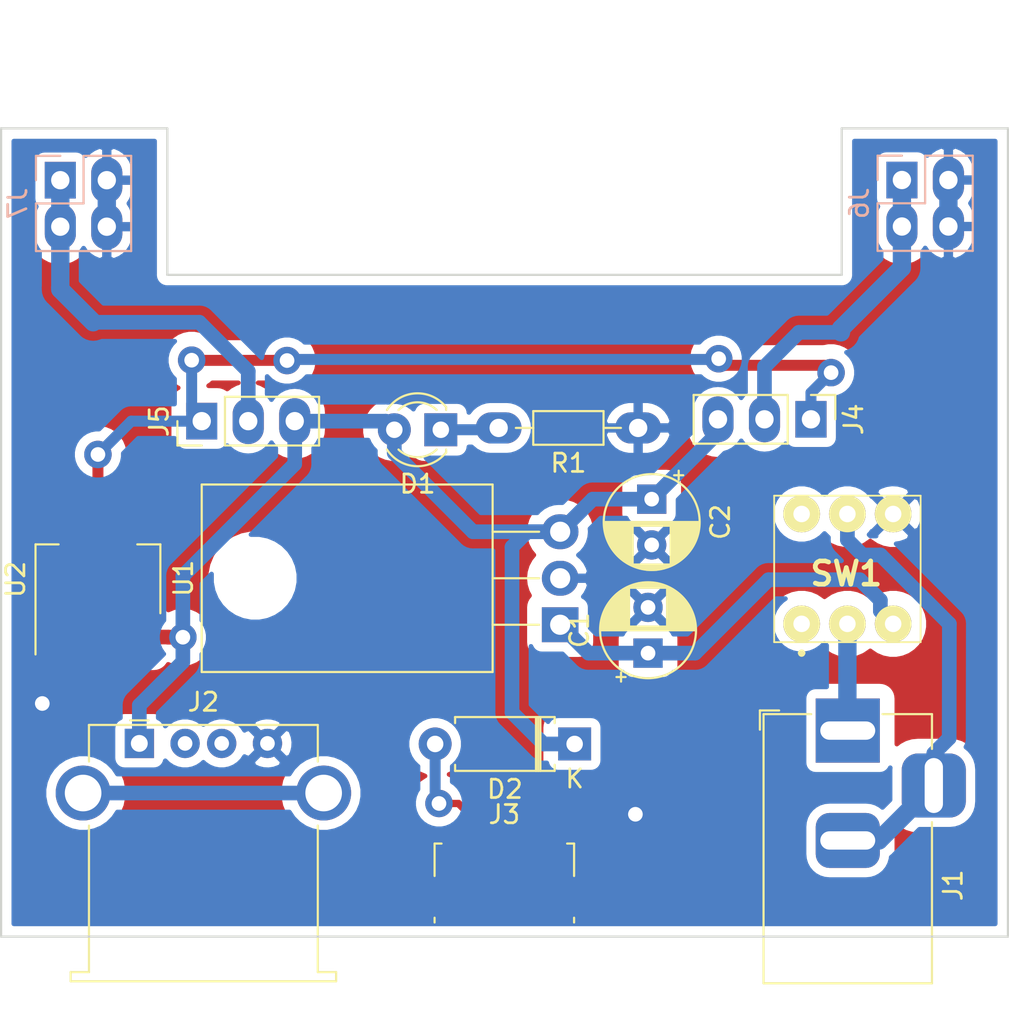
<source format=kicad_pcb>
(kicad_pcb (version 20171130) (host pcbnew "(5.1.5)-2")

  (general
    (thickness 1.6)
    (drawings 8)
    (tracks 110)
    (zones 0)
    (modules 15)
    (nets 13)
  )

  (page A4)
  (layers
    (0 F.Cu signal)
    (31 B.Cu signal)
    (32 B.Adhes user)
    (33 F.Adhes user)
    (34 B.Paste user)
    (35 F.Paste user)
    (36 B.SilkS user)
    (37 F.SilkS user)
    (38 B.Mask user)
    (39 F.Mask user)
    (40 Dwgs.User user)
    (41 Cmts.User user)
    (42 Eco1.User user)
    (43 Eco2.User user)
    (44 Edge.Cuts user)
    (45 Margin user)
    (46 B.CrtYd user)
    (47 F.CrtYd user)
    (48 B.Fab user)
    (49 F.Fab user)
  )

  (setup
    (last_trace_width 1)
    (user_trace_width 0.4)
    (user_trace_width 0.5)
    (user_trace_width 0.6)
    (user_trace_width 0.8)
    (user_trace_width 1)
    (trace_clearance 0.2)
    (zone_clearance 0.8)
    (zone_45_only no)
    (trace_min 0.2)
    (via_size 0.8)
    (via_drill 0.4)
    (via_min_size 0.4)
    (via_min_drill 0.3)
    (uvia_size 0.3)
    (uvia_drill 0.1)
    (uvias_allowed no)
    (uvia_min_size 0.2)
    (uvia_min_drill 0.1)
    (edge_width 0.05)
    (segment_width 0.2)
    (pcb_text_width 0.3)
    (pcb_text_size 1.5 1.5)
    (mod_edge_width 0.12)
    (mod_text_size 1 1)
    (mod_text_width 0.15)
    (pad_size 3 3)
    (pad_drill 2)
    (pad_to_mask_clearance 0.051)
    (solder_mask_min_width 0.25)
    (aux_axis_origin 0 0)
    (visible_elements 7FFFFFFF)
    (pcbplotparams
      (layerselection 0x010fc_ffffffff)
      (usegerberextensions false)
      (usegerberattributes false)
      (usegerberadvancedattributes false)
      (creategerberjobfile false)
      (excludeedgelayer true)
      (linewidth 0.100000)
      (plotframeref false)
      (viasonmask false)
      (mode 1)
      (useauxorigin false)
      (hpglpennumber 1)
      (hpglpenspeed 20)
      (hpglpendiameter 15.000000)
      (psnegative false)
      (psa4output false)
      (plotreference true)
      (plotvalue true)
      (plotinvisibletext false)
      (padsonsilk false)
      (subtractmaskfromsilk false)
      (outputformat 1)
      (mirror false)
      (drillshape 1)
      (scaleselection 1)
      (outputdirectory ""))
  )

  (net 0 "")
  (net 1 "Net-(C1-Pad1)")
  (net 2 GND)
  (net 3 +5V)
  (net 4 "Net-(D1-Pad1)")
  (net 5 "Net-(D2-Pad2)")
  (net 6 "Net-(J1-Pad1)")
  (net 7 "Net-(J1-Pad2)")
  (net 8 "Net-(J2-Pad5)")
  (net 9 "Net-(J3-Pad6)")
  (net 10 +3V3)
  (net 11 R)
  (net 12 L)

  (net_class Default "This is the default net class."
    (clearance 0.2)
    (trace_width 0.25)
    (via_dia 0.8)
    (via_drill 0.4)
    (uvia_dia 0.3)
    (uvia_drill 0.1)
    (add_net +3V3)
    (add_net +5V)
    (add_net GND)
    (add_net L)
    (add_net "Net-(C1-Pad1)")
    (add_net "Net-(D1-Pad1)")
    (add_net "Net-(D2-Pad2)")
    (add_net "Net-(J1-Pad1)")
    (add_net "Net-(J1-Pad2)")
    (add_net "Net-(J2-Pad5)")
    (add_net "Net-(J3-Pad6)")
    (add_net R)
  )

  (module Capacitor_THT:CP_Radial_D5.0mm_P2.50mm (layer F.Cu) (tedit 5AE50EF0) (tstamp 5EE58DCA)
    (at 121.26 74.51 90)
    (descr "CP, Radial series, Radial, pin pitch=2.50mm, , diameter=5mm, Electrolytic Capacitor")
    (tags "CP Radial series Radial pin pitch 2.50mm  diameter 5mm Electrolytic Capacitor")
    (path /5EE5888A)
    (fp_text reference C1 (at 1.25 -3.75 90) (layer F.SilkS)
      (effects (font (size 1 1) (thickness 0.15)))
    )
    (fp_text value CP (at 1.25 3.75 90) (layer F.Fab)
      (effects (font (size 1 1) (thickness 0.15)))
    )
    (fp_circle (center 1.25 0) (end 3.75 0) (layer F.Fab) (width 0.1))
    (fp_circle (center 1.25 0) (end 3.87 0) (layer F.SilkS) (width 0.12))
    (fp_circle (center 1.25 0) (end 4 0) (layer F.CrtYd) (width 0.05))
    (fp_line (start -0.883605 -1.0875) (end -0.383605 -1.0875) (layer F.Fab) (width 0.1))
    (fp_line (start -0.633605 -1.3375) (end -0.633605 -0.8375) (layer F.Fab) (width 0.1))
    (fp_line (start 1.25 -2.58) (end 1.25 2.58) (layer F.SilkS) (width 0.12))
    (fp_line (start 1.29 -2.58) (end 1.29 2.58) (layer F.SilkS) (width 0.12))
    (fp_line (start 1.33 -2.579) (end 1.33 2.579) (layer F.SilkS) (width 0.12))
    (fp_line (start 1.37 -2.578) (end 1.37 2.578) (layer F.SilkS) (width 0.12))
    (fp_line (start 1.41 -2.576) (end 1.41 2.576) (layer F.SilkS) (width 0.12))
    (fp_line (start 1.45 -2.573) (end 1.45 2.573) (layer F.SilkS) (width 0.12))
    (fp_line (start 1.49 -2.569) (end 1.49 -1.04) (layer F.SilkS) (width 0.12))
    (fp_line (start 1.49 1.04) (end 1.49 2.569) (layer F.SilkS) (width 0.12))
    (fp_line (start 1.53 -2.565) (end 1.53 -1.04) (layer F.SilkS) (width 0.12))
    (fp_line (start 1.53 1.04) (end 1.53 2.565) (layer F.SilkS) (width 0.12))
    (fp_line (start 1.57 -2.561) (end 1.57 -1.04) (layer F.SilkS) (width 0.12))
    (fp_line (start 1.57 1.04) (end 1.57 2.561) (layer F.SilkS) (width 0.12))
    (fp_line (start 1.61 -2.556) (end 1.61 -1.04) (layer F.SilkS) (width 0.12))
    (fp_line (start 1.61 1.04) (end 1.61 2.556) (layer F.SilkS) (width 0.12))
    (fp_line (start 1.65 -2.55) (end 1.65 -1.04) (layer F.SilkS) (width 0.12))
    (fp_line (start 1.65 1.04) (end 1.65 2.55) (layer F.SilkS) (width 0.12))
    (fp_line (start 1.69 -2.543) (end 1.69 -1.04) (layer F.SilkS) (width 0.12))
    (fp_line (start 1.69 1.04) (end 1.69 2.543) (layer F.SilkS) (width 0.12))
    (fp_line (start 1.73 -2.536) (end 1.73 -1.04) (layer F.SilkS) (width 0.12))
    (fp_line (start 1.73 1.04) (end 1.73 2.536) (layer F.SilkS) (width 0.12))
    (fp_line (start 1.77 -2.528) (end 1.77 -1.04) (layer F.SilkS) (width 0.12))
    (fp_line (start 1.77 1.04) (end 1.77 2.528) (layer F.SilkS) (width 0.12))
    (fp_line (start 1.81 -2.52) (end 1.81 -1.04) (layer F.SilkS) (width 0.12))
    (fp_line (start 1.81 1.04) (end 1.81 2.52) (layer F.SilkS) (width 0.12))
    (fp_line (start 1.85 -2.511) (end 1.85 -1.04) (layer F.SilkS) (width 0.12))
    (fp_line (start 1.85 1.04) (end 1.85 2.511) (layer F.SilkS) (width 0.12))
    (fp_line (start 1.89 -2.501) (end 1.89 -1.04) (layer F.SilkS) (width 0.12))
    (fp_line (start 1.89 1.04) (end 1.89 2.501) (layer F.SilkS) (width 0.12))
    (fp_line (start 1.93 -2.491) (end 1.93 -1.04) (layer F.SilkS) (width 0.12))
    (fp_line (start 1.93 1.04) (end 1.93 2.491) (layer F.SilkS) (width 0.12))
    (fp_line (start 1.971 -2.48) (end 1.971 -1.04) (layer F.SilkS) (width 0.12))
    (fp_line (start 1.971 1.04) (end 1.971 2.48) (layer F.SilkS) (width 0.12))
    (fp_line (start 2.011 -2.468) (end 2.011 -1.04) (layer F.SilkS) (width 0.12))
    (fp_line (start 2.011 1.04) (end 2.011 2.468) (layer F.SilkS) (width 0.12))
    (fp_line (start 2.051 -2.455) (end 2.051 -1.04) (layer F.SilkS) (width 0.12))
    (fp_line (start 2.051 1.04) (end 2.051 2.455) (layer F.SilkS) (width 0.12))
    (fp_line (start 2.091 -2.442) (end 2.091 -1.04) (layer F.SilkS) (width 0.12))
    (fp_line (start 2.091 1.04) (end 2.091 2.442) (layer F.SilkS) (width 0.12))
    (fp_line (start 2.131 -2.428) (end 2.131 -1.04) (layer F.SilkS) (width 0.12))
    (fp_line (start 2.131 1.04) (end 2.131 2.428) (layer F.SilkS) (width 0.12))
    (fp_line (start 2.171 -2.414) (end 2.171 -1.04) (layer F.SilkS) (width 0.12))
    (fp_line (start 2.171 1.04) (end 2.171 2.414) (layer F.SilkS) (width 0.12))
    (fp_line (start 2.211 -2.398) (end 2.211 -1.04) (layer F.SilkS) (width 0.12))
    (fp_line (start 2.211 1.04) (end 2.211 2.398) (layer F.SilkS) (width 0.12))
    (fp_line (start 2.251 -2.382) (end 2.251 -1.04) (layer F.SilkS) (width 0.12))
    (fp_line (start 2.251 1.04) (end 2.251 2.382) (layer F.SilkS) (width 0.12))
    (fp_line (start 2.291 -2.365) (end 2.291 -1.04) (layer F.SilkS) (width 0.12))
    (fp_line (start 2.291 1.04) (end 2.291 2.365) (layer F.SilkS) (width 0.12))
    (fp_line (start 2.331 -2.348) (end 2.331 -1.04) (layer F.SilkS) (width 0.12))
    (fp_line (start 2.331 1.04) (end 2.331 2.348) (layer F.SilkS) (width 0.12))
    (fp_line (start 2.371 -2.329) (end 2.371 -1.04) (layer F.SilkS) (width 0.12))
    (fp_line (start 2.371 1.04) (end 2.371 2.329) (layer F.SilkS) (width 0.12))
    (fp_line (start 2.411 -2.31) (end 2.411 -1.04) (layer F.SilkS) (width 0.12))
    (fp_line (start 2.411 1.04) (end 2.411 2.31) (layer F.SilkS) (width 0.12))
    (fp_line (start 2.451 -2.29) (end 2.451 -1.04) (layer F.SilkS) (width 0.12))
    (fp_line (start 2.451 1.04) (end 2.451 2.29) (layer F.SilkS) (width 0.12))
    (fp_line (start 2.491 -2.268) (end 2.491 -1.04) (layer F.SilkS) (width 0.12))
    (fp_line (start 2.491 1.04) (end 2.491 2.268) (layer F.SilkS) (width 0.12))
    (fp_line (start 2.531 -2.247) (end 2.531 -1.04) (layer F.SilkS) (width 0.12))
    (fp_line (start 2.531 1.04) (end 2.531 2.247) (layer F.SilkS) (width 0.12))
    (fp_line (start 2.571 -2.224) (end 2.571 -1.04) (layer F.SilkS) (width 0.12))
    (fp_line (start 2.571 1.04) (end 2.571 2.224) (layer F.SilkS) (width 0.12))
    (fp_line (start 2.611 -2.2) (end 2.611 -1.04) (layer F.SilkS) (width 0.12))
    (fp_line (start 2.611 1.04) (end 2.611 2.2) (layer F.SilkS) (width 0.12))
    (fp_line (start 2.651 -2.175) (end 2.651 -1.04) (layer F.SilkS) (width 0.12))
    (fp_line (start 2.651 1.04) (end 2.651 2.175) (layer F.SilkS) (width 0.12))
    (fp_line (start 2.691 -2.149) (end 2.691 -1.04) (layer F.SilkS) (width 0.12))
    (fp_line (start 2.691 1.04) (end 2.691 2.149) (layer F.SilkS) (width 0.12))
    (fp_line (start 2.731 -2.122) (end 2.731 -1.04) (layer F.SilkS) (width 0.12))
    (fp_line (start 2.731 1.04) (end 2.731 2.122) (layer F.SilkS) (width 0.12))
    (fp_line (start 2.771 -2.095) (end 2.771 -1.04) (layer F.SilkS) (width 0.12))
    (fp_line (start 2.771 1.04) (end 2.771 2.095) (layer F.SilkS) (width 0.12))
    (fp_line (start 2.811 -2.065) (end 2.811 -1.04) (layer F.SilkS) (width 0.12))
    (fp_line (start 2.811 1.04) (end 2.811 2.065) (layer F.SilkS) (width 0.12))
    (fp_line (start 2.851 -2.035) (end 2.851 -1.04) (layer F.SilkS) (width 0.12))
    (fp_line (start 2.851 1.04) (end 2.851 2.035) (layer F.SilkS) (width 0.12))
    (fp_line (start 2.891 -2.004) (end 2.891 -1.04) (layer F.SilkS) (width 0.12))
    (fp_line (start 2.891 1.04) (end 2.891 2.004) (layer F.SilkS) (width 0.12))
    (fp_line (start 2.931 -1.971) (end 2.931 -1.04) (layer F.SilkS) (width 0.12))
    (fp_line (start 2.931 1.04) (end 2.931 1.971) (layer F.SilkS) (width 0.12))
    (fp_line (start 2.971 -1.937) (end 2.971 -1.04) (layer F.SilkS) (width 0.12))
    (fp_line (start 2.971 1.04) (end 2.971 1.937) (layer F.SilkS) (width 0.12))
    (fp_line (start 3.011 -1.901) (end 3.011 -1.04) (layer F.SilkS) (width 0.12))
    (fp_line (start 3.011 1.04) (end 3.011 1.901) (layer F.SilkS) (width 0.12))
    (fp_line (start 3.051 -1.864) (end 3.051 -1.04) (layer F.SilkS) (width 0.12))
    (fp_line (start 3.051 1.04) (end 3.051 1.864) (layer F.SilkS) (width 0.12))
    (fp_line (start 3.091 -1.826) (end 3.091 -1.04) (layer F.SilkS) (width 0.12))
    (fp_line (start 3.091 1.04) (end 3.091 1.826) (layer F.SilkS) (width 0.12))
    (fp_line (start 3.131 -1.785) (end 3.131 -1.04) (layer F.SilkS) (width 0.12))
    (fp_line (start 3.131 1.04) (end 3.131 1.785) (layer F.SilkS) (width 0.12))
    (fp_line (start 3.171 -1.743) (end 3.171 -1.04) (layer F.SilkS) (width 0.12))
    (fp_line (start 3.171 1.04) (end 3.171 1.743) (layer F.SilkS) (width 0.12))
    (fp_line (start 3.211 -1.699) (end 3.211 -1.04) (layer F.SilkS) (width 0.12))
    (fp_line (start 3.211 1.04) (end 3.211 1.699) (layer F.SilkS) (width 0.12))
    (fp_line (start 3.251 -1.653) (end 3.251 -1.04) (layer F.SilkS) (width 0.12))
    (fp_line (start 3.251 1.04) (end 3.251 1.653) (layer F.SilkS) (width 0.12))
    (fp_line (start 3.291 -1.605) (end 3.291 -1.04) (layer F.SilkS) (width 0.12))
    (fp_line (start 3.291 1.04) (end 3.291 1.605) (layer F.SilkS) (width 0.12))
    (fp_line (start 3.331 -1.554) (end 3.331 -1.04) (layer F.SilkS) (width 0.12))
    (fp_line (start 3.331 1.04) (end 3.331 1.554) (layer F.SilkS) (width 0.12))
    (fp_line (start 3.371 -1.5) (end 3.371 -1.04) (layer F.SilkS) (width 0.12))
    (fp_line (start 3.371 1.04) (end 3.371 1.5) (layer F.SilkS) (width 0.12))
    (fp_line (start 3.411 -1.443) (end 3.411 -1.04) (layer F.SilkS) (width 0.12))
    (fp_line (start 3.411 1.04) (end 3.411 1.443) (layer F.SilkS) (width 0.12))
    (fp_line (start 3.451 -1.383) (end 3.451 -1.04) (layer F.SilkS) (width 0.12))
    (fp_line (start 3.451 1.04) (end 3.451 1.383) (layer F.SilkS) (width 0.12))
    (fp_line (start 3.491 -1.319) (end 3.491 -1.04) (layer F.SilkS) (width 0.12))
    (fp_line (start 3.491 1.04) (end 3.491 1.319) (layer F.SilkS) (width 0.12))
    (fp_line (start 3.531 -1.251) (end 3.531 -1.04) (layer F.SilkS) (width 0.12))
    (fp_line (start 3.531 1.04) (end 3.531 1.251) (layer F.SilkS) (width 0.12))
    (fp_line (start 3.571 -1.178) (end 3.571 1.178) (layer F.SilkS) (width 0.12))
    (fp_line (start 3.611 -1.098) (end 3.611 1.098) (layer F.SilkS) (width 0.12))
    (fp_line (start 3.651 -1.011) (end 3.651 1.011) (layer F.SilkS) (width 0.12))
    (fp_line (start 3.691 -0.915) (end 3.691 0.915) (layer F.SilkS) (width 0.12))
    (fp_line (start 3.731 -0.805) (end 3.731 0.805) (layer F.SilkS) (width 0.12))
    (fp_line (start 3.771 -0.677) (end 3.771 0.677) (layer F.SilkS) (width 0.12))
    (fp_line (start 3.811 -0.518) (end 3.811 0.518) (layer F.SilkS) (width 0.12))
    (fp_line (start 3.851 -0.284) (end 3.851 0.284) (layer F.SilkS) (width 0.12))
    (fp_line (start -1.554775 -1.475) (end -1.054775 -1.475) (layer F.SilkS) (width 0.12))
    (fp_line (start -1.304775 -1.725) (end -1.304775 -1.225) (layer F.SilkS) (width 0.12))
    (fp_text user %R (at 1.25 0 90) (layer F.Fab)
      (effects (font (size 1 1) (thickness 0.15)))
    )
    (pad 1 thru_hole rect (at 0 0 90) (size 1.6 1.6) (drill 0.8) (layers *.Cu *.Mask)
      (net 1 "Net-(C1-Pad1)"))
    (pad 2 thru_hole circle (at 2.5 0 90) (size 1.6 1.6) (drill 0.8) (layers *.Cu *.Mask)
      (net 2 GND))
    (model ${KISYS3DMOD}/Capacitor_THT.3dshapes/CP_Radial_D5.0mm_P2.50mm.wrl
      (at (xyz 0 0 0))
      (scale (xyz 1 1 1))
      (rotate (xyz 0 0 0))
    )
  )

  (module Capacitor_THT:CP_Radial_D5.0mm_P2.50mm (layer F.Cu) (tedit 5AE50EF0) (tstamp 5EE58E4E)
    (at 121.46 66.1 270)
    (descr "CP, Radial series, Radial, pin pitch=2.50mm, , diameter=5mm, Electrolytic Capacitor")
    (tags "CP Radial series Radial pin pitch 2.50mm  diameter 5mm Electrolytic Capacitor")
    (path /5EE58F50)
    (fp_text reference C2 (at 1.25 -3.75 90) (layer F.SilkS)
      (effects (font (size 1 1) (thickness 0.15)))
    )
    (fp_text value CP (at 1.25 3.75 90) (layer F.Fab)
      (effects (font (size 1 1) (thickness 0.15)))
    )
    (fp_text user %R (at 1.25 0 90) (layer F.Fab)
      (effects (font (size 1 1) (thickness 0.15)))
    )
    (fp_line (start -1.304775 -1.725) (end -1.304775 -1.225) (layer F.SilkS) (width 0.12))
    (fp_line (start -1.554775 -1.475) (end -1.054775 -1.475) (layer F.SilkS) (width 0.12))
    (fp_line (start 3.851 -0.284) (end 3.851 0.284) (layer F.SilkS) (width 0.12))
    (fp_line (start 3.811 -0.518) (end 3.811 0.518) (layer F.SilkS) (width 0.12))
    (fp_line (start 3.771 -0.677) (end 3.771 0.677) (layer F.SilkS) (width 0.12))
    (fp_line (start 3.731 -0.805) (end 3.731 0.805) (layer F.SilkS) (width 0.12))
    (fp_line (start 3.691 -0.915) (end 3.691 0.915) (layer F.SilkS) (width 0.12))
    (fp_line (start 3.651 -1.011) (end 3.651 1.011) (layer F.SilkS) (width 0.12))
    (fp_line (start 3.611 -1.098) (end 3.611 1.098) (layer F.SilkS) (width 0.12))
    (fp_line (start 3.571 -1.178) (end 3.571 1.178) (layer F.SilkS) (width 0.12))
    (fp_line (start 3.531 1.04) (end 3.531 1.251) (layer F.SilkS) (width 0.12))
    (fp_line (start 3.531 -1.251) (end 3.531 -1.04) (layer F.SilkS) (width 0.12))
    (fp_line (start 3.491 1.04) (end 3.491 1.319) (layer F.SilkS) (width 0.12))
    (fp_line (start 3.491 -1.319) (end 3.491 -1.04) (layer F.SilkS) (width 0.12))
    (fp_line (start 3.451 1.04) (end 3.451 1.383) (layer F.SilkS) (width 0.12))
    (fp_line (start 3.451 -1.383) (end 3.451 -1.04) (layer F.SilkS) (width 0.12))
    (fp_line (start 3.411 1.04) (end 3.411 1.443) (layer F.SilkS) (width 0.12))
    (fp_line (start 3.411 -1.443) (end 3.411 -1.04) (layer F.SilkS) (width 0.12))
    (fp_line (start 3.371 1.04) (end 3.371 1.5) (layer F.SilkS) (width 0.12))
    (fp_line (start 3.371 -1.5) (end 3.371 -1.04) (layer F.SilkS) (width 0.12))
    (fp_line (start 3.331 1.04) (end 3.331 1.554) (layer F.SilkS) (width 0.12))
    (fp_line (start 3.331 -1.554) (end 3.331 -1.04) (layer F.SilkS) (width 0.12))
    (fp_line (start 3.291 1.04) (end 3.291 1.605) (layer F.SilkS) (width 0.12))
    (fp_line (start 3.291 -1.605) (end 3.291 -1.04) (layer F.SilkS) (width 0.12))
    (fp_line (start 3.251 1.04) (end 3.251 1.653) (layer F.SilkS) (width 0.12))
    (fp_line (start 3.251 -1.653) (end 3.251 -1.04) (layer F.SilkS) (width 0.12))
    (fp_line (start 3.211 1.04) (end 3.211 1.699) (layer F.SilkS) (width 0.12))
    (fp_line (start 3.211 -1.699) (end 3.211 -1.04) (layer F.SilkS) (width 0.12))
    (fp_line (start 3.171 1.04) (end 3.171 1.743) (layer F.SilkS) (width 0.12))
    (fp_line (start 3.171 -1.743) (end 3.171 -1.04) (layer F.SilkS) (width 0.12))
    (fp_line (start 3.131 1.04) (end 3.131 1.785) (layer F.SilkS) (width 0.12))
    (fp_line (start 3.131 -1.785) (end 3.131 -1.04) (layer F.SilkS) (width 0.12))
    (fp_line (start 3.091 1.04) (end 3.091 1.826) (layer F.SilkS) (width 0.12))
    (fp_line (start 3.091 -1.826) (end 3.091 -1.04) (layer F.SilkS) (width 0.12))
    (fp_line (start 3.051 1.04) (end 3.051 1.864) (layer F.SilkS) (width 0.12))
    (fp_line (start 3.051 -1.864) (end 3.051 -1.04) (layer F.SilkS) (width 0.12))
    (fp_line (start 3.011 1.04) (end 3.011 1.901) (layer F.SilkS) (width 0.12))
    (fp_line (start 3.011 -1.901) (end 3.011 -1.04) (layer F.SilkS) (width 0.12))
    (fp_line (start 2.971 1.04) (end 2.971 1.937) (layer F.SilkS) (width 0.12))
    (fp_line (start 2.971 -1.937) (end 2.971 -1.04) (layer F.SilkS) (width 0.12))
    (fp_line (start 2.931 1.04) (end 2.931 1.971) (layer F.SilkS) (width 0.12))
    (fp_line (start 2.931 -1.971) (end 2.931 -1.04) (layer F.SilkS) (width 0.12))
    (fp_line (start 2.891 1.04) (end 2.891 2.004) (layer F.SilkS) (width 0.12))
    (fp_line (start 2.891 -2.004) (end 2.891 -1.04) (layer F.SilkS) (width 0.12))
    (fp_line (start 2.851 1.04) (end 2.851 2.035) (layer F.SilkS) (width 0.12))
    (fp_line (start 2.851 -2.035) (end 2.851 -1.04) (layer F.SilkS) (width 0.12))
    (fp_line (start 2.811 1.04) (end 2.811 2.065) (layer F.SilkS) (width 0.12))
    (fp_line (start 2.811 -2.065) (end 2.811 -1.04) (layer F.SilkS) (width 0.12))
    (fp_line (start 2.771 1.04) (end 2.771 2.095) (layer F.SilkS) (width 0.12))
    (fp_line (start 2.771 -2.095) (end 2.771 -1.04) (layer F.SilkS) (width 0.12))
    (fp_line (start 2.731 1.04) (end 2.731 2.122) (layer F.SilkS) (width 0.12))
    (fp_line (start 2.731 -2.122) (end 2.731 -1.04) (layer F.SilkS) (width 0.12))
    (fp_line (start 2.691 1.04) (end 2.691 2.149) (layer F.SilkS) (width 0.12))
    (fp_line (start 2.691 -2.149) (end 2.691 -1.04) (layer F.SilkS) (width 0.12))
    (fp_line (start 2.651 1.04) (end 2.651 2.175) (layer F.SilkS) (width 0.12))
    (fp_line (start 2.651 -2.175) (end 2.651 -1.04) (layer F.SilkS) (width 0.12))
    (fp_line (start 2.611 1.04) (end 2.611 2.2) (layer F.SilkS) (width 0.12))
    (fp_line (start 2.611 -2.2) (end 2.611 -1.04) (layer F.SilkS) (width 0.12))
    (fp_line (start 2.571 1.04) (end 2.571 2.224) (layer F.SilkS) (width 0.12))
    (fp_line (start 2.571 -2.224) (end 2.571 -1.04) (layer F.SilkS) (width 0.12))
    (fp_line (start 2.531 1.04) (end 2.531 2.247) (layer F.SilkS) (width 0.12))
    (fp_line (start 2.531 -2.247) (end 2.531 -1.04) (layer F.SilkS) (width 0.12))
    (fp_line (start 2.491 1.04) (end 2.491 2.268) (layer F.SilkS) (width 0.12))
    (fp_line (start 2.491 -2.268) (end 2.491 -1.04) (layer F.SilkS) (width 0.12))
    (fp_line (start 2.451 1.04) (end 2.451 2.29) (layer F.SilkS) (width 0.12))
    (fp_line (start 2.451 -2.29) (end 2.451 -1.04) (layer F.SilkS) (width 0.12))
    (fp_line (start 2.411 1.04) (end 2.411 2.31) (layer F.SilkS) (width 0.12))
    (fp_line (start 2.411 -2.31) (end 2.411 -1.04) (layer F.SilkS) (width 0.12))
    (fp_line (start 2.371 1.04) (end 2.371 2.329) (layer F.SilkS) (width 0.12))
    (fp_line (start 2.371 -2.329) (end 2.371 -1.04) (layer F.SilkS) (width 0.12))
    (fp_line (start 2.331 1.04) (end 2.331 2.348) (layer F.SilkS) (width 0.12))
    (fp_line (start 2.331 -2.348) (end 2.331 -1.04) (layer F.SilkS) (width 0.12))
    (fp_line (start 2.291 1.04) (end 2.291 2.365) (layer F.SilkS) (width 0.12))
    (fp_line (start 2.291 -2.365) (end 2.291 -1.04) (layer F.SilkS) (width 0.12))
    (fp_line (start 2.251 1.04) (end 2.251 2.382) (layer F.SilkS) (width 0.12))
    (fp_line (start 2.251 -2.382) (end 2.251 -1.04) (layer F.SilkS) (width 0.12))
    (fp_line (start 2.211 1.04) (end 2.211 2.398) (layer F.SilkS) (width 0.12))
    (fp_line (start 2.211 -2.398) (end 2.211 -1.04) (layer F.SilkS) (width 0.12))
    (fp_line (start 2.171 1.04) (end 2.171 2.414) (layer F.SilkS) (width 0.12))
    (fp_line (start 2.171 -2.414) (end 2.171 -1.04) (layer F.SilkS) (width 0.12))
    (fp_line (start 2.131 1.04) (end 2.131 2.428) (layer F.SilkS) (width 0.12))
    (fp_line (start 2.131 -2.428) (end 2.131 -1.04) (layer F.SilkS) (width 0.12))
    (fp_line (start 2.091 1.04) (end 2.091 2.442) (layer F.SilkS) (width 0.12))
    (fp_line (start 2.091 -2.442) (end 2.091 -1.04) (layer F.SilkS) (width 0.12))
    (fp_line (start 2.051 1.04) (end 2.051 2.455) (layer F.SilkS) (width 0.12))
    (fp_line (start 2.051 -2.455) (end 2.051 -1.04) (layer F.SilkS) (width 0.12))
    (fp_line (start 2.011 1.04) (end 2.011 2.468) (layer F.SilkS) (width 0.12))
    (fp_line (start 2.011 -2.468) (end 2.011 -1.04) (layer F.SilkS) (width 0.12))
    (fp_line (start 1.971 1.04) (end 1.971 2.48) (layer F.SilkS) (width 0.12))
    (fp_line (start 1.971 -2.48) (end 1.971 -1.04) (layer F.SilkS) (width 0.12))
    (fp_line (start 1.93 1.04) (end 1.93 2.491) (layer F.SilkS) (width 0.12))
    (fp_line (start 1.93 -2.491) (end 1.93 -1.04) (layer F.SilkS) (width 0.12))
    (fp_line (start 1.89 1.04) (end 1.89 2.501) (layer F.SilkS) (width 0.12))
    (fp_line (start 1.89 -2.501) (end 1.89 -1.04) (layer F.SilkS) (width 0.12))
    (fp_line (start 1.85 1.04) (end 1.85 2.511) (layer F.SilkS) (width 0.12))
    (fp_line (start 1.85 -2.511) (end 1.85 -1.04) (layer F.SilkS) (width 0.12))
    (fp_line (start 1.81 1.04) (end 1.81 2.52) (layer F.SilkS) (width 0.12))
    (fp_line (start 1.81 -2.52) (end 1.81 -1.04) (layer F.SilkS) (width 0.12))
    (fp_line (start 1.77 1.04) (end 1.77 2.528) (layer F.SilkS) (width 0.12))
    (fp_line (start 1.77 -2.528) (end 1.77 -1.04) (layer F.SilkS) (width 0.12))
    (fp_line (start 1.73 1.04) (end 1.73 2.536) (layer F.SilkS) (width 0.12))
    (fp_line (start 1.73 -2.536) (end 1.73 -1.04) (layer F.SilkS) (width 0.12))
    (fp_line (start 1.69 1.04) (end 1.69 2.543) (layer F.SilkS) (width 0.12))
    (fp_line (start 1.69 -2.543) (end 1.69 -1.04) (layer F.SilkS) (width 0.12))
    (fp_line (start 1.65 1.04) (end 1.65 2.55) (layer F.SilkS) (width 0.12))
    (fp_line (start 1.65 -2.55) (end 1.65 -1.04) (layer F.SilkS) (width 0.12))
    (fp_line (start 1.61 1.04) (end 1.61 2.556) (layer F.SilkS) (width 0.12))
    (fp_line (start 1.61 -2.556) (end 1.61 -1.04) (layer F.SilkS) (width 0.12))
    (fp_line (start 1.57 1.04) (end 1.57 2.561) (layer F.SilkS) (width 0.12))
    (fp_line (start 1.57 -2.561) (end 1.57 -1.04) (layer F.SilkS) (width 0.12))
    (fp_line (start 1.53 1.04) (end 1.53 2.565) (layer F.SilkS) (width 0.12))
    (fp_line (start 1.53 -2.565) (end 1.53 -1.04) (layer F.SilkS) (width 0.12))
    (fp_line (start 1.49 1.04) (end 1.49 2.569) (layer F.SilkS) (width 0.12))
    (fp_line (start 1.49 -2.569) (end 1.49 -1.04) (layer F.SilkS) (width 0.12))
    (fp_line (start 1.45 -2.573) (end 1.45 2.573) (layer F.SilkS) (width 0.12))
    (fp_line (start 1.41 -2.576) (end 1.41 2.576) (layer F.SilkS) (width 0.12))
    (fp_line (start 1.37 -2.578) (end 1.37 2.578) (layer F.SilkS) (width 0.12))
    (fp_line (start 1.33 -2.579) (end 1.33 2.579) (layer F.SilkS) (width 0.12))
    (fp_line (start 1.29 -2.58) (end 1.29 2.58) (layer F.SilkS) (width 0.12))
    (fp_line (start 1.25 -2.58) (end 1.25 2.58) (layer F.SilkS) (width 0.12))
    (fp_line (start -0.633605 -1.3375) (end -0.633605 -0.8375) (layer F.Fab) (width 0.1))
    (fp_line (start -0.883605 -1.0875) (end -0.383605 -1.0875) (layer F.Fab) (width 0.1))
    (fp_circle (center 1.25 0) (end 4 0) (layer F.CrtYd) (width 0.05))
    (fp_circle (center 1.25 0) (end 3.87 0) (layer F.SilkS) (width 0.12))
    (fp_circle (center 1.25 0) (end 3.75 0) (layer F.Fab) (width 0.1))
    (pad 2 thru_hole circle (at 2.5 0 270) (size 1.6 1.6) (drill 0.8) (layers *.Cu *.Mask)
      (net 2 GND))
    (pad 1 thru_hole rect (at 0 0 270) (size 1.6 1.6) (drill 0.8) (layers *.Cu *.Mask)
      (net 3 +5V))
    (model ${KISYS3DMOD}/Capacitor_THT.3dshapes/CP_Radial_D5.0mm_P2.50mm.wrl
      (at (xyz 0 0 0))
      (scale (xyz 1 1 1))
      (rotate (xyz 0 0 0))
    )
  )

  (module LED_THT:LED_D3.0mm_FlatTop (layer F.Cu) (tedit 5880A862) (tstamp 5EE58E61)
    (at 109.94 62.31 180)
    (descr "LED, Round, FlatTop, diameter 3.0mm, 2 pins, http://www.kingbright.com/attachments/file/psearch/000/00/00/L-47XEC(Ver.9A).pdf")
    (tags "LED Round FlatTop diameter 3.0mm 2 pins")
    (path /5EE63CF5)
    (fp_text reference D1 (at 1.27 -2.96) (layer F.SilkS)
      (effects (font (size 1 1) (thickness 0.15)))
    )
    (fp_text value LED (at 1.27 2.96) (layer F.Fab)
      (effects (font (size 1 1) (thickness 0.15)))
    )
    (fp_arc (start 1.27 0) (end -0.23 -1.16619) (angle 284.3) (layer F.Fab) (width 0.1))
    (fp_arc (start 1.27 0) (end -0.29 -1.235516) (angle 108.8) (layer F.SilkS) (width 0.12))
    (fp_arc (start 1.27 0) (end -0.29 1.235516) (angle -108.8) (layer F.SilkS) (width 0.12))
    (fp_arc (start 1.27 0) (end 0.229039 -1.08) (angle 87.9) (layer F.SilkS) (width 0.12))
    (fp_arc (start 1.27 0) (end 0.229039 1.08) (angle -87.9) (layer F.SilkS) (width 0.12))
    (fp_circle (center 1.27 0) (end 2.77 0) (layer F.Fab) (width 0.1))
    (fp_line (start -0.23 -1.16619) (end -0.23 1.16619) (layer F.Fab) (width 0.1))
    (fp_line (start -0.29 -1.236) (end -0.29 -1.08) (layer F.SilkS) (width 0.12))
    (fp_line (start -0.29 1.08) (end -0.29 1.236) (layer F.SilkS) (width 0.12))
    (fp_line (start -1.15 -2.25) (end -1.15 2.25) (layer F.CrtYd) (width 0.05))
    (fp_line (start -1.15 2.25) (end 3.7 2.25) (layer F.CrtYd) (width 0.05))
    (fp_line (start 3.7 2.25) (end 3.7 -2.25) (layer F.CrtYd) (width 0.05))
    (fp_line (start 3.7 -2.25) (end -1.15 -2.25) (layer F.CrtYd) (width 0.05))
    (pad 1 thru_hole rect (at 0 0 180) (size 1.8 1.8) (drill 0.9) (layers *.Cu *.Mask)
      (net 4 "Net-(D1-Pad1)"))
    (pad 2 thru_hole circle (at 2.54 0 180) (size 1.8 1.8) (drill 0.9) (layers *.Cu *.Mask)
      (net 3 +5V))
    (model ${KISYS3DMOD}/LED_THT.3dshapes/LED_D3.0mm_FlatTop.wrl
      (at (xyz 0 0 0))
      (scale (xyz 1 1 1))
      (rotate (xyz 0 0 0))
    )
  )

  (module Diode_THT:D_A-405_P7.62mm_Horizontal (layer F.Cu) (tedit 5AE50CD5) (tstamp 5EE58E80)
    (at 117.25 79.47 180)
    (descr "Diode, A-405 series, Axial, Horizontal, pin pitch=7.62mm, , length*diameter=5.2*2.7mm^2, , http://www.diodes.com/_files/packages/A-405.pdf")
    (tags "Diode A-405 series Axial Horizontal pin pitch 7.62mm  length 5.2mm diameter 2.7mm")
    (path /5EE62B27)
    (fp_text reference D2 (at 3.81 -2.47) (layer F.SilkS)
      (effects (font (size 1 1) (thickness 0.15)))
    )
    (fp_text value D (at 3.81 2.47) (layer F.Fab)
      (effects (font (size 1 1) (thickness 0.15)))
    )
    (fp_line (start 1.21 -1.35) (end 1.21 1.35) (layer F.Fab) (width 0.1))
    (fp_line (start 1.21 1.35) (end 6.41 1.35) (layer F.Fab) (width 0.1))
    (fp_line (start 6.41 1.35) (end 6.41 -1.35) (layer F.Fab) (width 0.1))
    (fp_line (start 6.41 -1.35) (end 1.21 -1.35) (layer F.Fab) (width 0.1))
    (fp_line (start 0 0) (end 1.21 0) (layer F.Fab) (width 0.1))
    (fp_line (start 7.62 0) (end 6.41 0) (layer F.Fab) (width 0.1))
    (fp_line (start 1.99 -1.35) (end 1.99 1.35) (layer F.Fab) (width 0.1))
    (fp_line (start 2.09 -1.35) (end 2.09 1.35) (layer F.Fab) (width 0.1))
    (fp_line (start 1.89 -1.35) (end 1.89 1.35) (layer F.Fab) (width 0.1))
    (fp_line (start 1.09 -1.14) (end 1.09 -1.47) (layer F.SilkS) (width 0.12))
    (fp_line (start 1.09 -1.47) (end 6.53 -1.47) (layer F.SilkS) (width 0.12))
    (fp_line (start 6.53 -1.47) (end 6.53 -1.14) (layer F.SilkS) (width 0.12))
    (fp_line (start 1.09 1.14) (end 1.09 1.47) (layer F.SilkS) (width 0.12))
    (fp_line (start 1.09 1.47) (end 6.53 1.47) (layer F.SilkS) (width 0.12))
    (fp_line (start 6.53 1.47) (end 6.53 1.14) (layer F.SilkS) (width 0.12))
    (fp_line (start 1.99 -1.47) (end 1.99 1.47) (layer F.SilkS) (width 0.12))
    (fp_line (start 2.11 -1.47) (end 2.11 1.47) (layer F.SilkS) (width 0.12))
    (fp_line (start 1.87 -1.47) (end 1.87 1.47) (layer F.SilkS) (width 0.12))
    (fp_line (start -1.15 -1.6) (end -1.15 1.6) (layer F.CrtYd) (width 0.05))
    (fp_line (start -1.15 1.6) (end 8.77 1.6) (layer F.CrtYd) (width 0.05))
    (fp_line (start 8.77 1.6) (end 8.77 -1.6) (layer F.CrtYd) (width 0.05))
    (fp_line (start 8.77 -1.6) (end -1.15 -1.6) (layer F.CrtYd) (width 0.05))
    (fp_text user %R (at 4.2 0) (layer F.Fab)
      (effects (font (size 1 1) (thickness 0.15)))
    )
    (fp_text user K (at 0 -1.9) (layer F.Fab)
      (effects (font (size 1 1) (thickness 0.15)))
    )
    (fp_text user K (at 0 -1.9) (layer F.SilkS)
      (effects (font (size 1 1) (thickness 0.15)))
    )
    (pad 1 thru_hole rect (at 0 0 180) (size 1.8 1.8) (drill 0.9) (layers *.Cu *.Mask)
      (net 3 +5V))
    (pad 2 thru_hole oval (at 7.62 0 180) (size 1.8 1.8) (drill 0.9) (layers *.Cu *.Mask)
      (net 5 "Net-(D2-Pad2)"))
    (model ${KISYS3DMOD}/Diode_THT.3dshapes/D_A-405_P7.62mm_Horizontal.wrl
      (at (xyz 0 0 0))
      (scale (xyz 1 1 1))
      (rotate (xyz 0 0 0))
    )
  )

  (module Connector_BarrelJack:BarrelJack_Horizontal (layer F.Cu) (tedit 5EE53CBD) (tstamp 5EE58EA3)
    (at 132.17 78.74 90)
    (descr "DC Barrel Jack")
    (tags "Power Jack")
    (path /5EE903F4)
    (fp_text reference J1 (at -8.45 5.75 90) (layer F.SilkS)
      (effects (font (size 1 1) (thickness 0.15)))
    )
    (fp_text value Barrel_Jack (at -6.2 -5.5 90) (layer F.Fab)
      (effects (font (size 1 1) (thickness 0.15)))
    )
    (fp_text user %R (at -3 -2.95 90) (layer F.Fab)
      (effects (font (size 1 1) (thickness 0.15)))
    )
    (fp_line (start -0.003213 -4.505425) (end 0.8 -3.75) (layer F.Fab) (width 0.1))
    (fp_line (start 1.1 -3.75) (end 1.1 -4.8) (layer F.SilkS) (width 0.12))
    (fp_line (start 0.05 -4.8) (end 1.1 -4.8) (layer F.SilkS) (width 0.12))
    (fp_line (start 1 -4.5) (end 1 -4.75) (layer F.CrtYd) (width 0.05))
    (fp_line (start 1 -4.75) (end -14 -4.75) (layer F.CrtYd) (width 0.05))
    (fp_line (start 1 -4.5) (end 1 -2) (layer F.CrtYd) (width 0.05))
    (fp_line (start 1 -2) (end 2 -2) (layer F.CrtYd) (width 0.05))
    (fp_line (start 2 -2) (end 2 2) (layer F.CrtYd) (width 0.05))
    (fp_line (start 2 2) (end 1 2) (layer F.CrtYd) (width 0.05))
    (fp_line (start 1 2) (end 1 4.75) (layer F.CrtYd) (width 0.05))
    (fp_line (start 1 4.75) (end -1 4.75) (layer F.CrtYd) (width 0.05))
    (fp_line (start -1 4.75) (end -1 6.75) (layer F.CrtYd) (width 0.05))
    (fp_line (start -1 6.75) (end -5 6.75) (layer F.CrtYd) (width 0.05))
    (fp_line (start -5 6.75) (end -5 4.75) (layer F.CrtYd) (width 0.05))
    (fp_line (start -5 4.75) (end -14 4.75) (layer F.CrtYd) (width 0.05))
    (fp_line (start -14 4.75) (end -14 -4.75) (layer F.CrtYd) (width 0.05))
    (fp_line (start -5 4.6) (end -13.8 4.6) (layer F.SilkS) (width 0.12))
    (fp_line (start -13.8 4.6) (end -13.8 -4.6) (layer F.SilkS) (width 0.12))
    (fp_line (start 0.9 1.9) (end 0.9 4.6) (layer F.SilkS) (width 0.12))
    (fp_line (start 0.9 4.6) (end -1 4.6) (layer F.SilkS) (width 0.12))
    (fp_line (start -13.8 -4.6) (end 0.9 -4.6) (layer F.SilkS) (width 0.12))
    (fp_line (start 0.9 -4.6) (end 0.9 -2) (layer F.SilkS) (width 0.12))
    (fp_line (start -10.2 -4.5) (end -10.2 4.5) (layer F.Fab) (width 0.1))
    (fp_line (start -13.7 -4.5) (end -13.7 4.5) (layer F.Fab) (width 0.1))
    (fp_line (start -13.7 4.5) (end 0.8 4.5) (layer F.Fab) (width 0.1))
    (fp_line (start 0.8 4.5) (end 0.8 -3.75) (layer F.Fab) (width 0.1))
    (fp_line (start 0 -4.5) (end -13.7 -4.5) (layer F.Fab) (width 0.1))
    (pad 1 thru_hole rect (at 0 0 90) (size 3.5 3.5) (drill oval 1 3) (layers *.Cu *.Mask)
      (net 6 "Net-(J1-Pad1)"))
    (pad 2 thru_hole roundrect (at -6 0 90) (size 3 3.5) (drill oval 1 3) (layers *.Cu *.Mask) (roundrect_rratio 0.25)
      (net 7 "Net-(J1-Pad2)"))
    (pad 2 thru_hole roundrect (at -3 4.7 90) (size 3.5 3.5) (drill oval 3 1) (layers *.Cu *.Mask) (roundrect_rratio 0.25)
      (net 7 "Net-(J1-Pad2)"))
    (model ${KISYS3DMOD}/Connector_BarrelJack.3dshapes/BarrelJack_Horizontal.wrl
      (at (xyz 0 0 0))
      (scale (xyz 1 1 1))
      (rotate (xyz 0 0 0))
    )
    (model "E:/arduino stuff/KiCad additional lib/DC Power Jack 5.5mm x 2.1mm.STEP"
      (offset (xyz -10.9 0 6))
      (scale (xyz 1 1 1))
      (rotate (xyz -90 0 90))
    )
  )

  (module Connector_USB:USB_A_Stewart_SS-52100-001_Horizontal (layer F.Cu) (tedit 5EE73A37) (tstamp 5EE58ED7)
    (at 93.47 79.44)
    (descr "USB A connector https://belfuse.com/resources/drawings/stewartconnector/dr-stw-ss-52100-001.pdf")
    (tags "USB_A Female Connector receptacle")
    (path /5EE5AE5F)
    (fp_text reference J2 (at 3.5 -2.26) (layer F.SilkS)
      (effects (font (size 1 1) (thickness 0.15)))
    )
    (fp_text value USB_A (at 3.5 14.49) (layer F.Fab)
      (effects (font (size 1 1) (thickness 0.15)))
    )
    (fp_line (start 10.25 4.74) (end 11.25 4.74) (layer F.CrtYd) (width 0.05))
    (fp_line (start 10.25 11.99) (end 10.25 4.74) (layer F.CrtYd) (width 0.05))
    (fp_line (start 11.25 11.99) (end 10.25 11.99) (layer F.CrtYd) (width 0.05))
    (fp_line (start 11.25 13.49) (end 11.25 11.99) (layer F.CrtYd) (width 0.05))
    (fp_line (start -4.25 13.49) (end 11.25 13.49) (layer F.CrtYd) (width 0.05))
    (fp_line (start -4.25 11.99) (end -4.25 13.49) (layer F.CrtYd) (width 0.05))
    (fp_line (start -3.25 11.99) (end -4.25 11.99) (layer F.CrtYd) (width 0.05))
    (fp_line (start -3.25 4.74) (end -3.25 11.99) (layer F.CrtYd) (width 0.05))
    (fp_line (start 0 -0.76) (end 0.25 -1.01) (layer F.Fab) (width 0.1))
    (fp_line (start -0.25 -1.01) (end 0 -0.76) (layer F.Fab) (width 0.1))
    (fp_line (start -0.5 -1.26) (end 0.5 -1.26) (layer F.SilkS) (width 0.12))
    (fp_line (start -3.75 12.49) (end -3.75 12.99) (layer F.SilkS) (width 0.12))
    (fp_line (start -2.75 12.49) (end -3.75 12.49) (layer F.SilkS) (width 0.12))
    (fp_line (start -2.75 4.49) (end -2.75 12.49) (layer F.SilkS) (width 0.12))
    (fp_line (start -2.75 -1.01) (end -2.75 0.99) (layer F.SilkS) (width 0.12))
    (fp_line (start 9.75 -1.01) (end -2.75 -1.01) (layer F.SilkS) (width 0.12))
    (fp_line (start 9.75 0.99) (end 9.75 -1.01) (layer F.SilkS) (width 0.12))
    (fp_line (start 9.75 12.49) (end 9.75 4.49) (layer F.SilkS) (width 0.12))
    (fp_line (start 10.75 12.49) (end 9.75 12.49) (layer F.SilkS) (width 0.12))
    (fp_line (start 10.75 12.99) (end 10.75 12.49) (layer F.SilkS) (width 0.12))
    (fp_line (start -3.75 12.99) (end 10.75 12.99) (layer F.SilkS) (width 0.12))
    (fp_text user %R (at 3.5 5.99) (layer F.Fab)
      (effects (font (size 1 1) (thickness 0.15)))
    )
    (fp_line (start 9.75 12.49) (end 9.75 -1.01) (layer F.Fab) (width 0.1))
    (fp_line (start -2.75 -1.01) (end 9.75 -1.01) (layer F.Fab) (width 0.1))
    (fp_line (start -2.75 12.49) (end -2.75 -1.01) (layer F.Fab) (width 0.1))
    (fp_line (start -3.75 12.99) (end 10.75 12.99) (layer F.Fab) (width 0.1))
    (fp_line (start -3.75 12.99) (end -3.75 12.49) (layer F.Fab) (width 0.1))
    (fp_line (start -3.75 12.49) (end -2.75 12.49) (layer F.Fab) (width 0.1))
    (fp_line (start 9.75 12.49) (end 10.75 12.49) (layer F.Fab) (width 0.1))
    (fp_line (start 10.75 12.49) (end 10.75 12.99) (layer F.Fab) (width 0.1))
    (fp_line (start 12.15 1.99) (end 11.25 0.69) (layer F.CrtYd) (width 0.05))
    (fp_line (start 10.25 0.69) (end 11.25 0.69) (layer F.CrtYd) (width 0.05))
    (fp_line (start 12.15 1.99) (end 12.15 3.44) (layer F.CrtYd) (width 0.05))
    (fp_line (start 10.25 0.69) (end 10.25 -1.51) (layer F.CrtYd) (width 0.05))
    (fp_line (start 10.25 -1.51) (end -3.25 -1.51) (layer F.CrtYd) (width 0.05))
    (fp_line (start -3.25 0.69) (end -3.25 -1.51) (layer F.CrtYd) (width 0.05))
    (fp_line (start 12.15 3.44) (end 11.25 4.74) (layer F.CrtYd) (width 0.05))
    (fp_line (start -3.25 0.69) (end -4.25 0.69) (layer F.CrtYd) (width 0.05))
    (fp_line (start -5.15 3.44) (end -4.25 4.74) (layer F.CrtYd) (width 0.05))
    (fp_line (start -3.25 4.74) (end -4.25 4.74) (layer F.CrtYd) (width 0.05))
    (fp_line (start -5.15 3.44) (end -5.15 1.99) (layer F.CrtYd) (width 0.05))
    (fp_line (start -5.15 1.99) (end -4.25 0.69) (layer F.CrtYd) (width 0.05))
    (pad 5 thru_hole circle (at 10.07 2.71) (size 3 3) (drill 2) (layers *.Cu *.Mask)
      (net 8 "Net-(J2-Pad5)"))
    (pad 5 thru_hole circle (at -3.07 2.71) (size 3 3) (drill 2) (layers *.Cu *.Mask)
      (net 8 "Net-(J2-Pad5)"))
    (pad 1 thru_hole rect (at 0 0) (size 1.6 1.6) (drill 0.92) (layers *.Cu *.Mask)
      (net 3 +5V))
    (pad 2 thru_hole circle (at 2.5 0) (size 1.6 1.6) (drill 0.8) (layers *.Cu *.Mask))
    (pad 3 thru_hole circle (at 4.5 0) (size 1.6 1.6) (drill 0.8) (layers *.Cu *.Mask))
    (pad 4 thru_hole circle (at 7 0) (size 1.6 1.6) (drill 0.8) (layers *.Cu *.Mask)
      (net 2 GND))
    (model ${KISYS3DMOD}/Connector_USB.3dshapes/USB_A_Stewart_SS-52100-001_Horizontal.wrl
      (at (xyz 0 0 0))
      (scale (xyz 1 1 1))
      (rotate (xyz 0 0 0))
    )
    (model "E:/arduino stuff/KiCad additional lib/USB types female.stp"
      (offset (xyz 3.5 -12.5 4))
      (scale (xyz 1 1 1))
      (rotate (xyz 0 0 0))
    )
  )

  (module Connector_USB:USB_Micro-B_Molex_47346-0001 (layer F.Cu) (tedit 5D8620A7) (tstamp 5EE58EF7)
    (at 113.41 86.62)
    (descr "Micro USB B receptable with flange, bottom-mount, SMD, right-angle (http://www.molex.com/pdm_docs/sd/473460001_sd.pdf)")
    (tags "Micro B USB SMD")
    (path /5EE5F2E6)
    (attr smd)
    (fp_text reference J3 (at 0 -3.3 180) (layer F.SilkS)
      (effects (font (size 1 1) (thickness 0.15)))
    )
    (fp_text value USB_B_Mini (at 0 4.6 180) (layer F.Fab)
      (effects (font (size 1 1) (thickness 0.15)))
    )
    (fp_text user "PCB Edge" (at 0 2.67 180) (layer Dwgs.User)
      (effects (font (size 0.4 0.4) (thickness 0.04)))
    )
    (fp_text user %R (at 0 1.2) (layer F.Fab)
      (effects (font (size 1 1) (thickness 0.15)))
    )
    (fp_line (start 3.81 -1.71) (end 3.43 -1.71) (layer F.SilkS) (width 0.12))
    (fp_line (start 4.7 3.85) (end -4.7 3.85) (layer F.CrtYd) (width 0.05))
    (fp_line (start 4.7 -2.65) (end 4.7 3.85) (layer F.CrtYd) (width 0.05))
    (fp_line (start -4.7 -2.65) (end 4.7 -2.65) (layer F.CrtYd) (width 0.05))
    (fp_line (start -4.7 3.85) (end -4.7 -2.65) (layer F.CrtYd) (width 0.05))
    (fp_line (start 3.75 3.35) (end -3.75 3.35) (layer F.Fab) (width 0.1))
    (fp_line (start 3.75 -1.65) (end 3.75 3.35) (layer F.Fab) (width 0.1))
    (fp_line (start -3.75 -1.65) (end 3.75 -1.65) (layer F.Fab) (width 0.1))
    (fp_line (start -3.75 3.35) (end -3.75 -1.65) (layer F.Fab) (width 0.1))
    (fp_line (start 3.81 2.34) (end 3.81 2.6) (layer F.SilkS) (width 0.12))
    (fp_line (start 3.81 -1.71) (end 3.81 0.06) (layer F.SilkS) (width 0.12))
    (fp_line (start -3.81 -1.71) (end -3.43 -1.71) (layer F.SilkS) (width 0.12))
    (fp_line (start -3.81 0.06) (end -3.81 -1.71) (layer F.SilkS) (width 0.12))
    (fp_line (start -3.81 2.6) (end -3.81 2.34) (layer F.SilkS) (width 0.12))
    (fp_line (start -3.25 2.65) (end 3.25 2.65) (layer F.Fab) (width 0.1))
    (pad 1 smd rect (at -1.3 -1.46) (size 0.45 1.38) (layers F.Cu F.Paste F.Mask)
      (net 5 "Net-(D2-Pad2)"))
    (pad 2 smd rect (at -0.65 -1.46) (size 0.45 1.38) (layers F.Cu F.Paste F.Mask))
    (pad 3 smd rect (at 0 -1.46) (size 0.45 1.38) (layers F.Cu F.Paste F.Mask))
    (pad 4 smd rect (at 0.65 -1.46) (size 0.45 1.38) (layers F.Cu F.Paste F.Mask))
    (pad 5 smd rect (at 1.3 -1.46) (size 0.45 1.38) (layers F.Cu F.Paste F.Mask)
      (net 2 GND))
    (pad 6 smd rect (at -2.4875 -1.375) (size 1.425 1.55) (layers F.Cu F.Paste F.Mask)
      (net 9 "Net-(J3-Pad6)"))
    (pad 6 smd rect (at 2.4875 -1.375) (size 1.425 1.55) (layers F.Cu F.Paste F.Mask)
      (net 9 "Net-(J3-Pad6)"))
    (pad 6 smd rect (at -3.375 1.2) (size 1.65 1.3) (layers F.Cu F.Paste F.Mask)
      (net 9 "Net-(J3-Pad6)"))
    (pad 6 smd rect (at 3.375 1.2) (size 1.65 1.3) (layers F.Cu F.Paste F.Mask)
      (net 9 "Net-(J3-Pad6)"))
    (pad 6 smd rect (at -1.15 1.2) (size 1.8 1.9) (layers F.Cu F.Paste F.Mask)
      (net 9 "Net-(J3-Pad6)"))
    (pad 6 smd rect (at 1.55 1.2) (size 1 1.9) (layers F.Cu F.Paste F.Mask)
      (net 9 "Net-(J3-Pad6)"))
    (model ${KISYS3DMOD}/Connector_USB.3dshapes/USB_Micro-B_Molex_47346-0001.wrl
      (at (xyz 0 0 0))
      (scale (xyz 1 1 1))
      (rotate (xyz 0 0 0))
    )
  )

  (module Connector_PinHeader_2.54mm:PinHeader_1x03_P2.54mm_Vertical (layer F.Cu) (tedit 59FED5CC) (tstamp 5EE58F0E)
    (at 130.16 61.74 270)
    (descr "Through hole straight pin header, 1x03, 2.54mm pitch, single row")
    (tags "Through hole pin header THT 1x03 2.54mm single row")
    (path /5EE6B107)
    (fp_text reference J4 (at 0 -2.33 90) (layer F.SilkS)
      (effects (font (size 1 1) (thickness 0.15)))
    )
    (fp_text value Conn_01x03_Male (at 0 7.41 90) (layer F.Fab)
      (effects (font (size 1 1) (thickness 0.15)))
    )
    (fp_line (start -0.635 -1.27) (end 1.27 -1.27) (layer F.Fab) (width 0.1))
    (fp_line (start 1.27 -1.27) (end 1.27 6.35) (layer F.Fab) (width 0.1))
    (fp_line (start 1.27 6.35) (end -1.27 6.35) (layer F.Fab) (width 0.1))
    (fp_line (start -1.27 6.35) (end -1.27 -0.635) (layer F.Fab) (width 0.1))
    (fp_line (start -1.27 -0.635) (end -0.635 -1.27) (layer F.Fab) (width 0.1))
    (fp_line (start -1.33 6.41) (end 1.33 6.41) (layer F.SilkS) (width 0.12))
    (fp_line (start -1.33 1.27) (end -1.33 6.41) (layer F.SilkS) (width 0.12))
    (fp_line (start 1.33 1.27) (end 1.33 6.41) (layer F.SilkS) (width 0.12))
    (fp_line (start -1.33 1.27) (end 1.33 1.27) (layer F.SilkS) (width 0.12))
    (fp_line (start -1.33 0) (end -1.33 -1.33) (layer F.SilkS) (width 0.12))
    (fp_line (start -1.33 -1.33) (end 0 -1.33) (layer F.SilkS) (width 0.12))
    (fp_line (start -1.8 -1.8) (end -1.8 6.85) (layer F.CrtYd) (width 0.05))
    (fp_line (start -1.8 6.85) (end 1.8 6.85) (layer F.CrtYd) (width 0.05))
    (fp_line (start 1.8 6.85) (end 1.8 -1.8) (layer F.CrtYd) (width 0.05))
    (fp_line (start 1.8 -1.8) (end -1.8 -1.8) (layer F.CrtYd) (width 0.05))
    (fp_text user %R (at 0 2.54) (layer F.Fab)
      (effects (font (size 1 1) (thickness 0.15)))
    )
    (pad 1 thru_hole rect (at 0 0 270) (size 2 1.7) (drill 1) (layers *.Cu *.Mask)
      (net 10 +3V3))
    (pad 2 thru_hole oval (at 0 2.54 270) (size 2.5 1.7) (drill 1) (layers *.Cu *.Mask)
      (net 11 R))
    (pad 3 thru_hole oval (at 0 5.08 270) (size 2.5 1.7) (drill 1) (layers *.Cu *.Mask)
      (net 3 +5V))
    (model ${KISYS3DMOD}/Connector_PinHeader_2.54mm.3dshapes/PinHeader_1x03_P2.54mm_Vertical.wrl
      (at (xyz 0 0 0))
      (scale (xyz 1 1 1))
      (rotate (xyz 0 0 0))
    )
  )

  (module Connector_PinHeader_2.54mm:PinHeader_1x03_P2.54mm_Vertical (layer F.Cu) (tedit 59FED5CC) (tstamp 5EE58F25)
    (at 96.88 61.84 90)
    (descr "Through hole straight pin header, 1x03, 2.54mm pitch, single row")
    (tags "Through hole pin header THT 1x03 2.54mm single row")
    (path /5EE6D2FE)
    (fp_text reference J5 (at 0 -2.33 90) (layer F.SilkS)
      (effects (font (size 1 1) (thickness 0.15)))
    )
    (fp_text value Conn_01x03_Male (at 0 7.41 90) (layer F.Fab)
      (effects (font (size 1 1) (thickness 0.15)))
    )
    (fp_text user %R (at 0 2.54) (layer F.Fab)
      (effects (font (size 1 1) (thickness 0.15)))
    )
    (fp_line (start 1.8 -1.8) (end -1.8 -1.8) (layer F.CrtYd) (width 0.05))
    (fp_line (start 1.8 6.85) (end 1.8 -1.8) (layer F.CrtYd) (width 0.05))
    (fp_line (start -1.8 6.85) (end 1.8 6.85) (layer F.CrtYd) (width 0.05))
    (fp_line (start -1.8 -1.8) (end -1.8 6.85) (layer F.CrtYd) (width 0.05))
    (fp_line (start -1.33 -1.33) (end 0 -1.33) (layer F.SilkS) (width 0.12))
    (fp_line (start -1.33 0) (end -1.33 -1.33) (layer F.SilkS) (width 0.12))
    (fp_line (start -1.33 1.27) (end 1.33 1.27) (layer F.SilkS) (width 0.12))
    (fp_line (start 1.33 1.27) (end 1.33 6.41) (layer F.SilkS) (width 0.12))
    (fp_line (start -1.33 1.27) (end -1.33 6.41) (layer F.SilkS) (width 0.12))
    (fp_line (start -1.33 6.41) (end 1.33 6.41) (layer F.SilkS) (width 0.12))
    (fp_line (start -1.27 -0.635) (end -0.635 -1.27) (layer F.Fab) (width 0.1))
    (fp_line (start -1.27 6.35) (end -1.27 -0.635) (layer F.Fab) (width 0.1))
    (fp_line (start 1.27 6.35) (end -1.27 6.35) (layer F.Fab) (width 0.1))
    (fp_line (start 1.27 -1.27) (end 1.27 6.35) (layer F.Fab) (width 0.1))
    (fp_line (start -0.635 -1.27) (end 1.27 -1.27) (layer F.Fab) (width 0.1))
    (pad 3 thru_hole oval (at 0 5.08 90) (size 2.5 1.7) (drill 1) (layers *.Cu *.Mask)
      (net 3 +5V))
    (pad 2 thru_hole oval (at 0 2.54 90) (size 2.5 1.7) (drill 1) (layers *.Cu *.Mask)
      (net 12 L))
    (pad 1 thru_hole rect (at 0 0 90) (size 2 1.7) (drill 1) (layers *.Cu *.Mask)
      (net 10 +3V3))
    (model ${KISYS3DMOD}/Connector_PinHeader_2.54mm.3dshapes/PinHeader_1x03_P2.54mm_Vertical.wrl
      (at (xyz 0 0 0))
      (scale (xyz 1 1 1))
      (rotate (xyz 0 0 0))
    )
  )

  (module Connector_PinHeader_2.54mm:PinHeader_2x02_P2.54mm_Vertical (layer B.Cu) (tedit 5EE526D4) (tstamp 5EE58F3F)
    (at 135.128 48.67 270)
    (descr "Through hole straight pin header, 2x02, 2.54mm pitch, double rows")
    (tags "Through hole pin header THT 2x02 2.54mm double row")
    (path /5EE5160C)
    (fp_text reference J6 (at 1.27 2.33 270) (layer B.SilkS)
      (effects (font (size 1 1) (thickness 0.15)) (justify mirror))
    )
    (fp_text value Conn_02x02_Row_Letter_First (at 1.27 -4.87 270) (layer B.Fab)
      (effects (font (size 1 1) (thickness 0.15)) (justify mirror))
    )
    (fp_line (start 0 1.27) (end 3.81 1.27) (layer B.Fab) (width 0.1))
    (fp_line (start 3.81 1.27) (end 3.81 -3.81) (layer B.Fab) (width 0.1))
    (fp_line (start 3.81 -3.81) (end -1.27 -3.81) (layer B.Fab) (width 0.1))
    (fp_line (start -1.27 -3.81) (end -1.27 0) (layer B.Fab) (width 0.1))
    (fp_line (start -1.27 0) (end 0 1.27) (layer B.Fab) (width 0.1))
    (fp_line (start -1.33 -3.87) (end 3.87 -3.87) (layer B.SilkS) (width 0.12))
    (fp_line (start -1.33 -1.27) (end -1.33 -3.87) (layer B.SilkS) (width 0.12))
    (fp_line (start 3.87 1.33) (end 3.87 -3.87) (layer B.SilkS) (width 0.12))
    (fp_line (start -1.33 -1.27) (end 1.27 -1.27) (layer B.SilkS) (width 0.12))
    (fp_line (start 1.27 -1.27) (end 1.27 1.33) (layer B.SilkS) (width 0.12))
    (fp_line (start 1.27 1.33) (end 3.87 1.33) (layer B.SilkS) (width 0.12))
    (fp_line (start -1.33 0) (end -1.33 1.33) (layer B.SilkS) (width 0.12))
    (fp_line (start -1.33 1.33) (end 0 1.33) (layer B.SilkS) (width 0.12))
    (fp_line (start -1.8 1.8) (end -1.8 -4.35) (layer B.CrtYd) (width 0.05))
    (fp_line (start -1.8 -4.35) (end 4.35 -4.35) (layer B.CrtYd) (width 0.05))
    (fp_line (start 4.35 -4.35) (end 4.35 1.8) (layer B.CrtYd) (width 0.05))
    (fp_line (start 4.35 1.8) (end -1.8 1.8) (layer B.CrtYd) (width 0.05))
    (fp_text user %R (at 1.27 -1.27) (layer B.Fab)
      (effects (font (size 1 1) (thickness 0.15)) (justify mirror))
    )
    (pad a1 thru_hole rect (at 0 0 270) (size 2 1.7) (drill 1) (layers *.Cu *.Mask)
      (net 11 R))
    (pad a2 thru_hole oval (at 2.54 0 270) (size 2.5 1.7) (drill 1) (layers *.Cu *.Mask)
      (net 11 R))
    (pad b1 thru_hole oval (at 0 -2.54 270) (size 2.5 1.7) (drill 1) (layers *.Cu *.Mask)
      (net 2 GND))
    (pad b2 thru_hole oval (at 2.54 -2.54 270) (size 2.5 1.7) (drill 1) (layers *.Cu *.Mask)
      (net 2 GND))
    (model ${KISYS3DMOD}/Connector_PinHeader_2.54mm.3dshapes/PinHeader_2x02_P2.54mm_Vertical.wrl
      (at (xyz 0 0 0))
      (scale (xyz 1 1 1))
      (rotate (xyz 0 0 0))
    )
  )

  (module Connector_PinHeader_2.54mm:PinHeader_2x02_P2.54mm_Vertical (layer B.Cu) (tedit 5EE5402D) (tstamp 5EE58F59)
    (at 89.154 48.68 270)
    (descr "Through hole straight pin header, 2x02, 2.54mm pitch, double rows")
    (tags "Through hole pin header THT 2x02 2.54mm double row")
    (path /5EE74CFF)
    (fp_text reference J7 (at 1.27 2.33 270) (layer B.SilkS)
      (effects (font (size 1 1) (thickness 0.15)) (justify mirror))
    )
    (fp_text value Conn_02x02_Row_Letter_First (at 1.27 -4.87 270) (layer B.Fab)
      (effects (font (size 1 1) (thickness 0.15)) (justify mirror))
    )
    (fp_text user %R (at 1.27 -1.27) (layer B.Fab)
      (effects (font (size 1 1) (thickness 0.15)) (justify mirror))
    )
    (fp_line (start 4.35 1.8) (end -1.8 1.8) (layer B.CrtYd) (width 0.05))
    (fp_line (start 4.35 -4.35) (end 4.35 1.8) (layer B.CrtYd) (width 0.05))
    (fp_line (start -1.8 -4.35) (end 4.35 -4.35) (layer B.CrtYd) (width 0.05))
    (fp_line (start -1.8 1.8) (end -1.8 -4.35) (layer B.CrtYd) (width 0.05))
    (fp_line (start -1.33 1.33) (end 0 1.33) (layer B.SilkS) (width 0.12))
    (fp_line (start -1.33 0) (end -1.33 1.33) (layer B.SilkS) (width 0.12))
    (fp_line (start 1.27 1.33) (end 3.87 1.33) (layer B.SilkS) (width 0.12))
    (fp_line (start 1.27 -1.27) (end 1.27 1.33) (layer B.SilkS) (width 0.12))
    (fp_line (start -1.33 -1.27) (end 1.27 -1.27) (layer B.SilkS) (width 0.12))
    (fp_line (start 3.87 1.33) (end 3.87 -3.87) (layer B.SilkS) (width 0.12))
    (fp_line (start -1.33 -1.27) (end -1.33 -3.87) (layer B.SilkS) (width 0.12))
    (fp_line (start -1.33 -3.87) (end 3.87 -3.87) (layer B.SilkS) (width 0.12))
    (fp_line (start -1.27 0) (end 0 1.27) (layer B.Fab) (width 0.1))
    (fp_line (start -1.27 -3.81) (end -1.27 0) (layer B.Fab) (width 0.1))
    (fp_line (start 3.81 -3.81) (end -1.27 -3.81) (layer B.Fab) (width 0.1))
    (fp_line (start 3.81 1.27) (end 3.81 -3.81) (layer B.Fab) (width 0.1))
    (fp_line (start 0 1.27) (end 3.81 1.27) (layer B.Fab) (width 0.1))
    (pad b2 thru_hole oval (at 2.54 -2.54 270) (size 2.5 1.7) (drill 1) (layers *.Cu *.Mask)
      (net 2 GND))
    (pad b1 thru_hole oval (at 0 -2.54 270) (size 2.5 1.7) (drill 1) (layers *.Cu *.Mask)
      (net 2 GND))
    (pad a2 thru_hole oval (at 2.54 0 270) (size 2.5 1.7) (drill 1) (layers *.Cu *.Mask)
      (net 12 L))
    (pad a1 thru_hole rect (at 0 0 270) (size 2 1.7) (drill 1) (layers *.Cu *.Mask)
      (net 12 L))
    (model ${KISYS3DMOD}/Connector_PinHeader_2.54mm.3dshapes/PinHeader_2x02_P2.54mm_Vertical.wrl
      (at (xyz 0 0 0))
      (scale (xyz 1 1 1))
      (rotate (xyz 0 0 0))
    )
  )

  (module Resistor_THT:R_Axial_DIN0204_L3.6mm_D1.6mm_P7.62mm_Horizontal (layer F.Cu) (tedit 5AE5139B) (tstamp 5EE58F70)
    (at 120.72 62.21 180)
    (descr "Resistor, Axial_DIN0204 series, Axial, Horizontal, pin pitch=7.62mm, 0.167W, length*diameter=3.6*1.6mm^2, http://cdn-reichelt.de/documents/datenblatt/B400/1_4W%23YAG.pdf")
    (tags "Resistor Axial_DIN0204 series Axial Horizontal pin pitch 7.62mm 0.167W length 3.6mm diameter 1.6mm")
    (path /5EE6420A)
    (fp_text reference R1 (at 3.81 -1.92) (layer F.SilkS)
      (effects (font (size 1 1) (thickness 0.15)))
    )
    (fp_text value R (at 3.81 1.92) (layer F.Fab)
      (effects (font (size 1 1) (thickness 0.15)))
    )
    (fp_line (start 2.01 -0.8) (end 2.01 0.8) (layer F.Fab) (width 0.1))
    (fp_line (start 2.01 0.8) (end 5.61 0.8) (layer F.Fab) (width 0.1))
    (fp_line (start 5.61 0.8) (end 5.61 -0.8) (layer F.Fab) (width 0.1))
    (fp_line (start 5.61 -0.8) (end 2.01 -0.8) (layer F.Fab) (width 0.1))
    (fp_line (start 0 0) (end 2.01 0) (layer F.Fab) (width 0.1))
    (fp_line (start 7.62 0) (end 5.61 0) (layer F.Fab) (width 0.1))
    (fp_line (start 1.89 -0.92) (end 1.89 0.92) (layer F.SilkS) (width 0.12))
    (fp_line (start 1.89 0.92) (end 5.73 0.92) (layer F.SilkS) (width 0.12))
    (fp_line (start 5.73 0.92) (end 5.73 -0.92) (layer F.SilkS) (width 0.12))
    (fp_line (start 5.73 -0.92) (end 1.89 -0.92) (layer F.SilkS) (width 0.12))
    (fp_line (start 0.94 0) (end 1.89 0) (layer F.SilkS) (width 0.12))
    (fp_line (start 6.68 0) (end 5.73 0) (layer F.SilkS) (width 0.12))
    (fp_line (start -0.95 -1.05) (end -0.95 1.05) (layer F.CrtYd) (width 0.05))
    (fp_line (start -0.95 1.05) (end 8.57 1.05) (layer F.CrtYd) (width 0.05))
    (fp_line (start 8.57 1.05) (end 8.57 -1.05) (layer F.CrtYd) (width 0.05))
    (fp_line (start 8.57 -1.05) (end -0.95 -1.05) (layer F.CrtYd) (width 0.05))
    (fp_text user %R (at 3.81 0) (layer F.Fab)
      (effects (font (size 0.72 0.72) (thickness 0.108)))
    )
    (pad 1 thru_hole oval (at 0 0 180) (size 2.5 1.7) (drill 1) (layers *.Cu *.Mask)
      (net 2 GND))
    (pad 2 thru_hole oval (at 7.62 0 180) (size 2.5 1.7) (drill 1) (layers *.Cu *.Mask)
      (net 4 "Net-(D1-Pad1)"))
    (model ${KISYS3DMOD}/Resistor_THT.3dshapes/R_Axial_DIN0204_L3.6mm_D1.6mm_P7.62mm_Horizontal.wrl
      (at (xyz 0 0 0))
      (scale (xyz 1 1 1))
      (rotate (xyz 0 0 0))
    )
  )

  (module MPSA-22E08-0150:MPSA22E080150 (layer F.Cu) (tedit 5EE54096) (tstamp 5EE58F8A)
    (at 132.15 70.26)
    (descr MPSA-22E08-0150)
    (tags Switch)
    (path /5EE54EE0)
    (fp_text reference SW1 (at -0.06 -0.09) (layer F.SilkS)
      (effects (font (size 1.27 1.27) (thickness 0.254)))
    )
    (fp_text value SW_Push_DPDT (at 0 0) (layer F.SilkS) hide
      (effects (font (size 1.27 1.27) (thickness 0.254)))
    )
    (fp_line (start -4 -4.35) (end 4 -4.35) (layer Dwgs.User) (width 0.2))
    (fp_line (start 4 -4.35) (end 4 3.65) (layer Dwgs.User) (width 0.2))
    (fp_line (start 4 3.65) (end -4 3.65) (layer Dwgs.User) (width 0.2))
    (fp_line (start -4 3.65) (end -4 -4.35) (layer Dwgs.User) (width 0.2))
    (fp_line (start -4 -4.35) (end 4 -4.35) (layer F.SilkS) (width 0.1))
    (fp_line (start 4 -4.35) (end 4 3.65) (layer F.SilkS) (width 0.1))
    (fp_line (start 4 3.65) (end -4 3.65) (layer F.SilkS) (width 0.1))
    (fp_line (start -4 3.65) (end -4 -4.35) (layer F.SilkS) (width 0.1))
    (fp_line (start -5 -5.35) (end 5 -5.35) (layer Dwgs.User) (width 0.1))
    (fp_line (start 5 -5.35) (end 5 5.35) (layer Dwgs.User) (width 0.1))
    (fp_line (start 5 5.35) (end -5 5.35) (layer Dwgs.User) (width 0.1))
    (fp_line (start -5 5.35) (end -5 -5.35) (layer Dwgs.User) (width 0.1))
    (fp_line (start -2.6 4.25) (end -2.6 4.25) (layer F.SilkS) (width 0.2))
    (fp_line (start -2.4 4.25) (end -2.4 4.25) (layer F.SilkS) (width 0.2))
    (fp_arc (start -2.5 4.25) (end -2.6 4.25) (angle 180) (layer F.SilkS) (width 0.2))
    (fp_arc (start -2.5 4.25) (end -2.4 4.25) (angle 180) (layer F.SilkS) (width 0.2))
    (pad 1 thru_hole circle (at -2.5 2.65 90) (size 2 2) (drill 0.9) (layers *.Cu *.Mask F.SilkS))
    (pad 2 thru_hole circle (at 0 2.65 90) (size 2 2) (drill 0.9) (layers *.Cu *.Mask F.SilkS)
      (net 6 "Net-(J1-Pad1)"))
    (pad 3 thru_hole circle (at 2.5 2.65 90) (size 2 2) (drill 0.9) (layers *.Cu *.Mask F.SilkS)
      (net 1 "Net-(C1-Pad1)"))
    (pad 4 thru_hole circle (at -2.5 -3.35 90) (size 2 2) (drill 0.9) (layers *.Cu *.Mask F.SilkS))
    (pad 5 thru_hole circle (at 0 -3.35 90) (size 2 2) (drill 0.9) (layers *.Cu *.Mask F.SilkS)
      (net 7 "Net-(J1-Pad2)"))
    (pad 6 thru_hole circle (at 2.5 -3.35 90) (size 2 2) (drill 0.9) (layers *.Cu *.Mask F.SilkS)
      (net 2 GND))
    (model "E:/arduino stuff/KiCad additional lib/Toggle Button (8.0 x 8.0 x 13.5mm).stp"
      (offset (xyz 0 0.5 0.5))
      (scale (xyz 1 1 1))
      (rotate (xyz 0 0 90))
    )
  )

  (module Package_TO_SOT_THT:TO-220-3_Horizontal_TabDown (layer F.Cu) (tedit 5AC8BA0D) (tstamp 5EE58FAA)
    (at 116.46 72.96 90)
    (descr "TO-220-3, Horizontal, RM 2.54mm, see https://www.vishay.com/docs/66542/to-220-1.pdf")
    (tags "TO-220-3 Horizontal RM 2.54mm")
    (path /5EE57770)
    (fp_text reference U1 (at 2.54 -20.58 90) (layer F.SilkS)
      (effects (font (size 1 1) (thickness 0.15)))
    )
    (fp_text value L7805 (at 2.54 2 90) (layer F.Fab)
      (effects (font (size 1 1) (thickness 0.15)))
    )
    (fp_circle (center 2.54 -16.66) (end 4.39 -16.66) (layer F.Fab) (width 0.1))
    (fp_line (start -2.46 -13.06) (end -2.46 -19.46) (layer F.Fab) (width 0.1))
    (fp_line (start -2.46 -19.46) (end 7.54 -19.46) (layer F.Fab) (width 0.1))
    (fp_line (start 7.54 -19.46) (end 7.54 -13.06) (layer F.Fab) (width 0.1))
    (fp_line (start 7.54 -13.06) (end -2.46 -13.06) (layer F.Fab) (width 0.1))
    (fp_line (start -2.46 -3.81) (end -2.46 -13.06) (layer F.Fab) (width 0.1))
    (fp_line (start -2.46 -13.06) (end 7.54 -13.06) (layer F.Fab) (width 0.1))
    (fp_line (start 7.54 -13.06) (end 7.54 -3.81) (layer F.Fab) (width 0.1))
    (fp_line (start 7.54 -3.81) (end -2.46 -3.81) (layer F.Fab) (width 0.1))
    (fp_line (start 0 -3.81) (end 0 0) (layer F.Fab) (width 0.1))
    (fp_line (start 2.54 -3.81) (end 2.54 0) (layer F.Fab) (width 0.1))
    (fp_line (start 5.08 -3.81) (end 5.08 0) (layer F.Fab) (width 0.1))
    (fp_line (start -2.58 -3.69) (end 7.66 -3.69) (layer F.SilkS) (width 0.12))
    (fp_line (start -2.58 -19.58) (end 7.66 -19.58) (layer F.SilkS) (width 0.12))
    (fp_line (start -2.58 -19.58) (end -2.58 -3.69) (layer F.SilkS) (width 0.12))
    (fp_line (start 7.66 -19.58) (end 7.66 -3.69) (layer F.SilkS) (width 0.12))
    (fp_line (start 0 -3.69) (end 0 -1.15) (layer F.SilkS) (width 0.12))
    (fp_line (start 2.54 -3.69) (end 2.54 -1.15) (layer F.SilkS) (width 0.12))
    (fp_line (start 5.08 -3.69) (end 5.08 -1.15) (layer F.SilkS) (width 0.12))
    (fp_line (start -2.71 -19.71) (end -2.71 1.25) (layer F.CrtYd) (width 0.05))
    (fp_line (start -2.71 1.25) (end 7.79 1.25) (layer F.CrtYd) (width 0.05))
    (fp_line (start 7.79 1.25) (end 7.79 -19.71) (layer F.CrtYd) (width 0.05))
    (fp_line (start 7.79 -19.71) (end -2.71 -19.71) (layer F.CrtYd) (width 0.05))
    (fp_text user %R (at 2.54 -20.58 90) (layer F.Fab)
      (effects (font (size 1 1) (thickness 0.15)))
    )
    (pad "" np_thru_hole oval (at 2.54 -16.66 90) (size 3.5 3.5) (drill 3.5) (layers *.Cu *.Mask))
    (pad 1 thru_hole rect (at 0 0 90) (size 1.905 2) (drill 1.1) (layers *.Cu *.Mask)
      (net 1 "Net-(C1-Pad1)"))
    (pad 2 thru_hole oval (at 2.54 0 90) (size 1.905 2) (drill 1.1) (layers *.Cu *.Mask)
      (net 2 GND))
    (pad 3 thru_hole oval (at 5.08 0 90) (size 1.905 2) (drill 1.1) (layers *.Cu *.Mask)
      (net 3 +5V))
    (model ${KISYS3DMOD}/Package_TO_SOT_THT.3dshapes/TO-220-3_Horizontal_TabDown.wrl
      (at (xyz 0 0 0))
      (scale (xyz 1 1 1))
      (rotate (xyz 0 0 0))
    )
  )

  (module Package_TO_SOT_SMD:SOT-223-3_TabPin2 (layer F.Cu) (tedit 5A02FF57) (tstamp 5EE58FC0)
    (at 91.21 70.48 90)
    (descr "module CMS SOT223 4 pins")
    (tags "CMS SOT")
    (path /5EE6759B)
    (attr smd)
    (fp_text reference U2 (at 0 -4.5 90) (layer F.SilkS)
      (effects (font (size 1 1) (thickness 0.15)))
    )
    (fp_text value AZ1117-3.3 (at 0 4.5 90) (layer F.Fab)
      (effects (font (size 1 1) (thickness 0.15)))
    )
    (fp_text user %R (at 0 0) (layer F.Fab)
      (effects (font (size 0.8 0.8) (thickness 0.12)))
    )
    (fp_line (start 1.91 3.41) (end 1.91 2.15) (layer F.SilkS) (width 0.12))
    (fp_line (start 1.91 -3.41) (end 1.91 -2.15) (layer F.SilkS) (width 0.12))
    (fp_line (start 4.4 -3.6) (end -4.4 -3.6) (layer F.CrtYd) (width 0.05))
    (fp_line (start 4.4 3.6) (end 4.4 -3.6) (layer F.CrtYd) (width 0.05))
    (fp_line (start -4.4 3.6) (end 4.4 3.6) (layer F.CrtYd) (width 0.05))
    (fp_line (start -4.4 -3.6) (end -4.4 3.6) (layer F.CrtYd) (width 0.05))
    (fp_line (start -1.85 -2.35) (end -0.85 -3.35) (layer F.Fab) (width 0.1))
    (fp_line (start -1.85 -2.35) (end -1.85 3.35) (layer F.Fab) (width 0.1))
    (fp_line (start -1.85 3.41) (end 1.91 3.41) (layer F.SilkS) (width 0.12))
    (fp_line (start -0.85 -3.35) (end 1.85 -3.35) (layer F.Fab) (width 0.1))
    (fp_line (start -4.1 -3.41) (end 1.91 -3.41) (layer F.SilkS) (width 0.12))
    (fp_line (start -1.85 3.35) (end 1.85 3.35) (layer F.Fab) (width 0.1))
    (fp_line (start 1.85 -3.35) (end 1.85 3.35) (layer F.Fab) (width 0.1))
    (pad 2 smd rect (at 3.15 0 90) (size 2 3.8) (layers F.Cu F.Paste F.Mask)
      (net 10 +3V3))
    (pad 2 smd rect (at -3.15 0 90) (size 2 1.5) (layers F.Cu F.Paste F.Mask)
      (net 10 +3V3))
    (pad 3 smd rect (at -3.15 2.3 90) (size 2 1.5) (layers F.Cu F.Paste F.Mask)
      (net 3 +5V))
    (pad 1 smd rect (at -3.15 -2.3 90) (size 2 1.5) (layers F.Cu F.Paste F.Mask)
      (net 2 GND))
    (model ${KISYS3DMOD}/Package_TO_SOT_SMD.3dshapes/SOT-223.wrl
      (at (xyz 0 0 0))
      (scale (xyz 1 1 1))
      (rotate (xyz 0 0 0))
    )
  )

  (gr_line (start 131.84 45.85) (end 131.84 53.85) (layer Edge.Cuts) (width 0.12) (tstamp 5EE5C07A))
  (gr_line (start 95 45.85) (end 95 53.85) (layer Edge.Cuts) (width 0.12))
  (gr_line (start 95 53.85) (end 131.84 53.85) (layer Edge.Cuts) (width 0.12))
  (gr_line (start 131.84 45.85) (end 140.92 45.85) (layer Edge.Cuts) (width 0.12) (tstamp 5EE5BD63))
  (gr_line (start 85.92 45.85) (end 95 45.85) (layer Edge.Cuts) (width 0.12))
  (gr_line (start 140.92 89.99) (end 140.92 45.85) (layer Edge.Cuts) (width 0.12) (tstamp 5EE5BD47))
  (gr_line (start 85.92 89.99) (end 85.92 45.85) (layer Edge.Cuts) (width 0.12) (tstamp 5EE5BD47))
  (gr_line (start 85.92 89.99) (end 140.92 89.99) (layer Edge.Cuts) (width 0.12))

  (segment (start 133.950001 72.210001) (end 133.950001 71.620001) (width 0.8) (layer B.Cu) (net 1))
  (segment (start 134.65 72.91) (end 133.950001 72.210001) (width 0.8) (layer B.Cu) (net 1))
  (segment (start 133.950001 71.620001) (end 132.83 70.5) (width 0.8) (layer B.Cu) (net 1))
  (segment (start 132.83 70.5) (end 127.84 70.5) (width 0.8) (layer B.Cu) (net 1))
  (segment (start 123.83 74.51) (end 121.26 74.51) (width 0.8) (layer B.Cu) (net 1))
  (segment (start 127.84 70.5) (end 123.83 74.51) (width 0.8) (layer B.Cu) (net 1))
  (segment (start 118.01 74.51) (end 116.46 72.96) (width 0.8) (layer B.Cu) (net 1))
  (segment (start 121.26 74.51) (end 118.01 74.51) (width 0.8) (layer B.Cu) (net 1))
  (segment (start 119.62 82.36) (end 120.57 83.31) (width 0.4) (layer F.Cu) (net 2))
  (segment (start 114.71 83.54) (end 115.89 82.36) (width 0.4) (layer F.Cu) (net 2))
  (segment (start 114.71 85.16) (end 114.71 83.54) (width 0.4) (layer F.Cu) (net 2))
  (segment (start 115.89 82.36) (end 119.62 82.36) (width 0.4) (layer F.Cu) (net 2))
  (via (at 120.57 83.31) (size 1.5) (drill 0.8) (layers F.Cu B.Cu) (net 2))
  (segment (start 88.91 75.23) (end 88.17 75.97) (width 0.6) (layer F.Cu) (net 2))
  (segment (start 88.91 73.63) (end 88.91 75.23) (width 0.6) (layer F.Cu) (net 2))
  (segment (start 88.17 75.97) (end 88.17 77.26) (width 0.6) (layer F.Cu) (net 2))
  (segment (start 88.17 77.26) (end 88.17 77.28) (width 0.6) (layer F.Cu) (net 2) (tstamp 5EE5E8D8))
  (via (at 88.17 77.26) (size 1.5) (drill 0.8) (layers F.Cu B.Cu) (net 2))
  (segment (start 91.694 48.68) (end 91.694 51.22) (width 1) (layer B.Cu) (net 2))
  (segment (start 137.668 48.67) (end 137.668 51.21) (width 1) (layer B.Cu) (net 2))
  (segment (start 118.24 66.1) (end 116.46 67.88) (width 0.8) (layer B.Cu) (net 3))
  (segment (start 121.46 66.1) (end 118.24 66.1) (width 0.8) (layer B.Cu) (net 3))
  (segment (start 125.08 62.48) (end 121.46 66.1) (width 0.8) (layer B.Cu) (net 3))
  (segment (start 125.08 61.74) (end 125.08 62.48) (width 0.8) (layer B.Cu) (net 3))
  (segment (start 107.4 62.31) (end 107.4 63.582792) (width 0.8) (layer B.Cu) (net 3))
  (segment (start 107.4 63.582792) (end 111.697208 67.88) (width 0.8) (layer B.Cu) (net 3))
  (segment (start 106.93 61.84) (end 107.4 62.31) (width 0.8) (layer B.Cu) (net 3))
  (segment (start 101.96 61.84) (end 106.93 61.84) (width 0.8) (layer B.Cu) (net 3))
  (segment (start 95.06 73.63) (end 95.07 73.64) (width 0.8) (layer F.Cu) (net 3))
  (segment (start 93.51 73.63) (end 95.06 73.63) (width 0.8) (layer F.Cu) (net 3))
  (via (at 95.85 73.64) (size 1.5) (drill 0.8) (layers F.Cu B.Cu) (net 3))
  (segment (start 95.07 73.64) (end 95.85 73.64) (width 0.8) (layer F.Cu) (net 3))
  (segment (start 95.85 70.29) (end 95.85 73.64) (width 0.8) (layer B.Cu) (net 3))
  (segment (start 101.96 61.84) (end 101.96 64.18) (width 0.8) (layer B.Cu) (net 3))
  (segment (start 101.96 64.18) (end 95.85 70.29) (width 0.8) (layer B.Cu) (net 3))
  (segment (start 115.55 79.47) (end 113.83 77.75) (width 0.8) (layer B.Cu) (net 3))
  (segment (start 117.25 79.47) (end 115.55 79.47) (width 0.8) (layer B.Cu) (net 3))
  (segment (start 114.66 67.88) (end 115.8 67.88) (width 0.8) (layer B.Cu) (net 3))
  (segment (start 113.83 68.71) (end 114.66 67.88) (width 0.8) (layer B.Cu) (net 3))
  (segment (start 113.83 77.75) (end 113.83 68.71) (width 0.8) (layer B.Cu) (net 3))
  (segment (start 111.697208 67.88) (end 115.8 67.88) (width 0.8) (layer B.Cu) (net 3))
  (segment (start 115.8 67.88) (end 116.46 67.88) (width 0.8) (layer B.Cu) (net 3))
  (segment (start 93.47 77.36) (end 93.47 79.44) (width 0.8) (layer B.Cu) (net 3))
  (segment (start 95.85 73.64) (end 95.85 74.98) (width 0.8) (layer B.Cu) (net 3))
  (segment (start 95.85 74.98) (end 93.47 77.36) (width 0.8) (layer B.Cu) (net 3))
  (segment (start 112.54 62.31) (end 112.61 62.24) (width 0.6) (layer B.Cu) (net 4))
  (segment (start 109.94 62.31) (end 112.54 62.31) (width 0.6) (layer B.Cu) (net 4))
  (via (at 109.84 82.72) (size 1.5) (drill 0.8) (layers F.Cu B.Cu) (net 5))
  (segment (start 109.63 82.51) (end 109.84 82.72) (width 0.6) (layer B.Cu) (net 5))
  (segment (start 109.63 79.47) (end 109.63 82.51) (width 0.6) (layer B.Cu) (net 5))
  (segment (start 110.90066 82.72) (end 109.84 82.72) (width 0.4) (layer F.Cu) (net 5))
  (segment (start 112.11 83.92934) (end 110.90066 82.72) (width 0.4) (layer F.Cu) (net 5))
  (segment (start 112.11 85.16) (end 112.11 83.92934) (width 0.4) (layer F.Cu) (net 5))
  (segment (start 132.17 78.74) (end 132.89 78.74) (width 0.8) (layer B.Cu) (net 6))
  (segment (start 132.15 78.72) (end 132.17 78.74) (width 1) (layer B.Cu) (net 6))
  (segment (start 132.15 72.91) (end 132.15 78.72) (width 1) (layer B.Cu) (net 6))
  (segment (start 136.87 79.99) (end 137.71 79.15) (width 0.8) (layer B.Cu) (net 7))
  (segment (start 136.87 81.74) (end 136.87 79.99) (width 0.8) (layer B.Cu) (net 7))
  (segment (start 132.15 68.32) (end 132.98 69.15) (width 0.8) (layer B.Cu) (net 7))
  (segment (start 132.15 66.91) (end 132.15 68.32) (width 0.8) (layer B.Cu) (net 7))
  (segment (start 132.98 69.15) (end 133.96 69.15) (width 0.8) (layer B.Cu) (net 7))
  (segment (start 133.96 69.15) (end 137.72 72.91) (width 0.8) (layer B.Cu) (net 7))
  (segment (start 137.71 79.15) (end 137.72 72.91) (width 0.8) (layer B.Cu) (net 7))
  (segment (start 133.87 84.74) (end 136.87 81.74) (width 1) (layer B.Cu) (net 7))
  (segment (start 132.17 84.74) (end 133.87 84.74) (width 1) (layer B.Cu) (net 7))
  (segment (start 90.4 82.15) (end 103.54 82.15) (width 0.8) (layer B.Cu) (net 8))
  (segment (start 110.035 87.82) (end 116.785 87.82) (width 0.4) (layer F.Cu) (net 9))
  (segment (start 110.9225 86.9325) (end 110.035 87.82) (width 0.4) (layer F.Cu) (net 9))
  (segment (start 110.9225 85.245) (end 110.9225 86.9325) (width 0.4) (layer F.Cu) (net 9))
  (segment (start 115.8975 86.9325) (end 116.785 87.82) (width 0.4) (layer F.Cu) (net 9))
  (segment (start 115.8975 85.245) (end 115.8975 86.9325) (width 0.4) (layer F.Cu) (net 9))
  (segment (start 91.21 67.33) (end 91.21 73.63) (width 0.6) (layer F.Cu) (net 10))
  (segment (start 91.21 67.33) (end 91.21 65.73) (width 0.6) (layer F.Cu) (net 10))
  (segment (start 91.21 65.73) (end 91.21 63.66) (width 0.6) (layer F.Cu) (net 10))
  (via (at 91.21 63.66) (size 1.5) (drill 0.8) (layers F.Cu B.Cu) (net 10))
  (segment (start 93.03 61.84) (end 91.21 63.66) (width 0.6) (layer B.Cu) (net 10))
  (segment (start 96.88 61.84) (end 93.03 61.84) (width 0.6) (layer B.Cu) (net 10))
  (segment (start 130.16 60.29) (end 131.26 59.19) (width 0.6) (layer B.Cu) (net 10))
  (segment (start 130.16 61.74) (end 130.16 60.29) (width 0.6) (layer B.Cu) (net 10))
  (via (at 131.26 59.19) (size 1.5) (drill 0.8) (layers F.Cu B.Cu) (net 10))
  (segment (start 130.860001 58.790001) (end 125.480001 58.790001) (width 0.6) (layer F.Cu) (net 10))
  (segment (start 131.26 59.19) (end 130.860001 58.790001) (width 0.6) (layer F.Cu) (net 10))
  (segment (start 125.480001 58.790001) (end 125.12 58.43) (width 0.6) (layer F.Cu) (net 10))
  (via (at 125.12 58.43) (size 1.5) (drill 0.8) (layers F.Cu B.Cu) (net 10))
  (segment (start 124.554315 58.43) (end 124.514315 58.47) (width 0.6) (layer B.Cu) (net 10))
  (segment (start 125.12 58.43) (end 124.554315 58.43) (width 0.6) (layer B.Cu) (net 10))
  (via (at 101.54 58.53) (size 1.5) (drill 0.8) (layers F.Cu B.Cu) (net 10))
  (segment (start 124.514315 58.47) (end 101.6 58.47) (width 0.6) (layer B.Cu) (net 10))
  (segment (start 101.6 58.47) (end 101.54 58.53) (width 0.6) (layer B.Cu) (net 10))
  (segment (start 100.974315 58.53) (end 100.964315 58.52) (width 0.6) (layer F.Cu) (net 10))
  (segment (start 101.54 58.53) (end 100.974315 58.53) (width 0.6) (layer F.Cu) (net 10))
  (via (at 96.33 58.51) (size 1.5) (drill 0.8) (layers F.Cu B.Cu) (net 10))
  (segment (start 100.964315 58.52) (end 96.34 58.52) (width 0.6) (layer F.Cu) (net 10))
  (segment (start 96.34 58.52) (end 96.33 58.51) (width 0.6) (layer F.Cu) (net 10))
  (segment (start 96.33 61.29) (end 96.88 61.84) (width 0.6) (layer B.Cu) (net 10))
  (segment (start 96.33 58.51) (end 96.33 61.29) (width 0.6) (layer B.Cu) (net 10))
  (segment (start 131.8 56.99) (end 129.5 56.99) (width 0.8) (layer B.Cu) (net 11))
  (segment (start 127.62 58.87) (end 127.62 61.74) (width 0.8) (layer B.Cu) (net 11))
  (segment (start 129.5 56.99) (end 127.62 58.87) (width 0.8) (layer B.Cu) (net 11))
  (segment (start 135.128 48.67) (end 135.128 49.53) (width 1) (layer B.Cu) (net 11))
  (segment (start 135.128 49.53) (end 135.128 51.21) (width 1) (layer B.Cu) (net 11))
  (segment (start 135.128 53.46) (end 135.128 51.21) (width 1) (layer B.Cu) (net 11))
  (segment (start 131.8 56.99) (end 131.8 56.788) (width 1) (layer B.Cu) (net 11))
  (segment (start 131.8 56.788) (end 135.128 53.46) (width 1) (layer B.Cu) (net 11))
  (segment (start 89.05 54.54) (end 90.95 56.44) (width 0.8) (layer B.Cu) (net 12))
  (segment (start 90.95 56.44) (end 96.75 56.44) (width 0.8) (layer B.Cu) (net 12))
  (segment (start 99.42 59.11) (end 99.42 61.84) (width 0.8) (layer B.Cu) (net 12))
  (segment (start 96.75 56.44) (end 99.42 59.11) (width 0.8) (layer B.Cu) (net 12))
  (segment (start 89.154 54.644) (end 90.95 56.44) (width 1) (layer B.Cu) (net 12))
  (segment (start 89.154 48.68) (end 89.154 54.644) (width 1) (layer B.Cu) (net 12))

  (zone (net 2) (net_name GND) (layer B.Cu) (tstamp 5EF08401) (hatch edge 0.508)
    (connect_pads (clearance 0.508))
    (min_thickness 0.254)
    (fill yes (arc_segments 32) (thermal_gap 0.508) (thermal_bridge_width 0.508))
    (polygon
      (pts
        (xy 140.91 45.85) (xy 140.92 89.98) (xy 85.92 89.98) (xy 85.92 45.86) (xy 94.99 45.85)
        (xy 95 53.85) (xy 131.83 53.85) (xy 131.84 45.84)
      )
    )
    (filled_polygon
      (pts
        (xy 94.305001 53.815855) (xy 94.301638 53.85) (xy 94.315057 53.986244) (xy 94.354798 54.117252) (xy 94.419333 54.237989)
        (xy 94.506183 54.343817) (xy 94.612011 54.430667) (xy 94.732748 54.495202) (xy 94.863756 54.534943) (xy 94.965865 54.545)
        (xy 94.965866 54.545) (xy 95 54.548362) (xy 95.034135 54.545) (xy 131.805866 54.545) (xy 131.84 54.548362)
        (xy 131.976244 54.534943) (xy 132.107252 54.495202) (xy 132.227989 54.430667) (xy 132.333817 54.343817) (xy 132.420667 54.237989)
        (xy 132.485202 54.117252) (xy 132.524943 53.986244) (xy 132.535 53.884135) (xy 132.538362 53.85) (xy 132.535 53.815865)
        (xy 132.535 46.545) (xy 140.225001 46.545) (xy 140.225 89.295) (xy 86.615 89.295) (xy 86.615 81.939721)
        (xy 88.265 81.939721) (xy 88.265 82.360279) (xy 88.347047 82.772756) (xy 88.507988 83.161302) (xy 88.741637 83.510983)
        (xy 89.039017 83.808363) (xy 89.388698 84.042012) (xy 89.777244 84.202953) (xy 90.189721 84.285) (xy 90.610279 84.285)
        (xy 91.022756 84.202953) (xy 91.411302 84.042012) (xy 91.760983 83.808363) (xy 92.058363 83.510983) (xy 92.276178 83.185)
        (xy 101.663822 83.185) (xy 101.881637 83.510983) (xy 102.179017 83.808363) (xy 102.528698 84.042012) (xy 102.917244 84.202953)
        (xy 103.329721 84.285) (xy 103.750279 84.285) (xy 104.162756 84.202953) (xy 104.551302 84.042012) (xy 104.900983 83.808363)
        (xy 105.198363 83.510983) (xy 105.432012 83.161302) (xy 105.592953 82.772756) (xy 105.675 82.360279) (xy 105.675 81.939721)
        (xy 105.592953 81.527244) (xy 105.432012 81.138698) (xy 105.198363 80.789017) (xy 104.900983 80.491637) (xy 104.551302 80.257988)
        (xy 104.162756 80.097047) (xy 103.750279 80.015) (xy 103.329721 80.015) (xy 102.917244 80.097047) (xy 102.528698 80.257988)
        (xy 102.179017 80.491637) (xy 101.881637 80.789017) (xy 101.663822 81.115) (xy 92.276178 81.115) (xy 92.058363 80.789017)
        (xy 91.760983 80.491637) (xy 91.411302 80.257988) (xy 91.022756 80.097047) (xy 90.610279 80.015) (xy 90.189721 80.015)
        (xy 89.777244 80.097047) (xy 89.388698 80.257988) (xy 89.039017 80.491637) (xy 88.741637 80.789017) (xy 88.507988 81.138698)
        (xy 88.347047 81.527244) (xy 88.265 81.939721) (xy 86.615 81.939721) (xy 86.615 47.68) (xy 87.665928 47.68)
        (xy 87.665928 49.68) (xy 87.678188 49.804482) (xy 87.714498 49.92418) (xy 87.773463 50.034494) (xy 87.844059 50.120516)
        (xy 87.775401 50.248966) (xy 87.690487 50.528889) (xy 87.669 50.74705) (xy 87.669 51.692949) (xy 87.690487 51.91111)
        (xy 87.775401 52.191033) (xy 87.913294 52.449013) (xy 88.019001 52.577817) (xy 88.019001 54.448549) (xy 88.009994 54.54)
        (xy 88.016873 54.609845) (xy 88.013509 54.644) (xy 88.035423 54.866498) (xy 88.100324 55.080446) (xy 88.100325 55.080447)
        (xy 88.205717 55.277623) (xy 88.347552 55.450449) (xy 88.39086 55.485991) (xy 90.186856 57.281989) (xy 90.316377 57.388284)
        (xy 90.513553 57.493676) (xy 90.727501 57.558577) (xy 90.95 57.580491) (xy 91.172499 57.558577) (xy 91.386447 57.493676)
        (xy 91.421388 57.475) (xy 95.406315 57.475) (xy 95.254201 57.627114) (xy 95.102629 57.853957) (xy 94.998225 58.106011)
        (xy 94.945 58.373589) (xy 94.945 58.646411) (xy 94.998225 58.913989) (xy 95.102629 59.166043) (xy 95.254201 59.392886)
        (xy 95.395 59.533685) (xy 95.395001 60.8088) (xy 95.391928 60.84) (xy 95.391928 60.905) (xy 93.075935 60.905)
        (xy 93.03 60.900476) (xy 92.846708 60.918528) (xy 92.670459 60.971993) (xy 92.61388 61.002235) (xy 92.508028 61.058814)
        (xy 92.365656 61.175656) (xy 92.33637 61.211341) (xy 91.272711 62.275) (xy 91.073589 62.275) (xy 90.806011 62.328225)
        (xy 90.553957 62.432629) (xy 90.327114 62.584201) (xy 90.134201 62.777114) (xy 89.982629 63.003957) (xy 89.878225 63.256011)
        (xy 89.825 63.523589) (xy 89.825 63.796411) (xy 89.878225 64.063989) (xy 89.982629 64.316043) (xy 90.134201 64.542886)
        (xy 90.327114 64.735799) (xy 90.553957 64.887371) (xy 90.806011 64.991775) (xy 91.073589 65.045) (xy 91.346411 65.045)
        (xy 91.613989 64.991775) (xy 91.866043 64.887371) (xy 92.092886 64.735799) (xy 92.285799 64.542886) (xy 92.437371 64.316043)
        (xy 92.541775 64.063989) (xy 92.595 63.796411) (xy 92.595 63.597289) (xy 93.417289 62.775) (xy 95.391928 62.775)
        (xy 95.391928 62.84) (xy 95.404188 62.964482) (xy 95.440498 63.08418) (xy 95.499463 63.194494) (xy 95.578815 63.291185)
        (xy 95.675506 63.370537) (xy 95.78582 63.429502) (xy 95.905518 63.465812) (xy 96.03 63.478072) (xy 97.73 63.478072)
        (xy 97.854482 63.465812) (xy 97.97418 63.429502) (xy 98.084494 63.370537) (xy 98.181185 63.291185) (xy 98.260537 63.194494)
        (xy 98.26911 63.178455) (xy 98.364866 63.295134) (xy 98.590987 63.480706) (xy 98.848967 63.618599) (xy 99.12889 63.703513)
        (xy 99.42 63.732185) (xy 99.711111 63.703513) (xy 99.991034 63.618599) (xy 100.249014 63.480706) (xy 100.475134 63.295134)
        (xy 100.660706 63.069014) (xy 100.69 63.014209) (xy 100.719294 63.069014) (xy 100.904866 63.295134) (xy 100.925001 63.311658)
        (xy 100.925001 63.751288) (xy 95.154097 69.522193) (xy 95.114604 69.554604) (xy 94.985266 69.712203) (xy 94.889159 69.892008)
        (xy 94.829976 70.087106) (xy 94.815 70.239163) (xy 94.815 70.239172) (xy 94.809994 70.29) (xy 94.815 70.340828)
        (xy 94.815001 72.716314) (xy 94.774201 72.757114) (xy 94.622629 72.983957) (xy 94.518225 73.236011) (xy 94.465 73.503589)
        (xy 94.465 73.776411) (xy 94.518225 74.043989) (xy 94.622629 74.296043) (xy 94.774201 74.522886) (xy 94.808802 74.557487)
        (xy 92.774097 76.592193) (xy 92.734604 76.624604) (xy 92.605266 76.782203) (xy 92.509159 76.962008) (xy 92.449976 77.157106)
        (xy 92.435 77.309163) (xy 92.435 77.309172) (xy 92.429994 77.36) (xy 92.435 77.410828) (xy 92.435 78.047713)
        (xy 92.42582 78.050498) (xy 92.315506 78.109463) (xy 92.218815 78.188815) (xy 92.139463 78.285506) (xy 92.080498 78.39582)
        (xy 92.044188 78.515518) (xy 92.031928 78.64) (xy 92.031928 80.24) (xy 92.044188 80.364482) (xy 92.080498 80.48418)
        (xy 92.139463 80.594494) (xy 92.218815 80.691185) (xy 92.315506 80.770537) (xy 92.42582 80.829502) (xy 92.545518 80.865812)
        (xy 92.67 80.878072) (xy 94.27 80.878072) (xy 94.394482 80.865812) (xy 94.51418 80.829502) (xy 94.624494 80.770537)
        (xy 94.721185 80.691185) (xy 94.800537 80.594494) (xy 94.859502 80.48418) (xy 94.888661 80.388057) (xy 95.055241 80.554637)
        (xy 95.290273 80.71168) (xy 95.551426 80.819853) (xy 95.828665 80.875) (xy 96.111335 80.875) (xy 96.388574 80.819853)
        (xy 96.649727 80.71168) (xy 96.884759 80.554637) (xy 96.97 80.469396) (xy 97.055241 80.554637) (xy 97.290273 80.71168)
        (xy 97.551426 80.819853) (xy 97.828665 80.875) (xy 98.111335 80.875) (xy 98.388574 80.819853) (xy 98.649727 80.71168)
        (xy 98.884759 80.554637) (xy 99.006694 80.432702) (xy 99.656903 80.432702) (xy 99.728486 80.676671) (xy 99.983996 80.797571)
        (xy 100.258184 80.8663) (xy 100.540512 80.880217) (xy 100.82013 80.838787) (xy 101.086292 80.743603) (xy 101.211514 80.676671)
        (xy 101.283097 80.432702) (xy 100.47 79.619605) (xy 99.656903 80.432702) (xy 99.006694 80.432702) (xy 99.084637 80.354759)
        (xy 99.218692 80.154131) (xy 99.233329 80.181514) (xy 99.477298 80.253097) (xy 100.290395 79.44) (xy 100.649605 79.44)
        (xy 101.462702 80.253097) (xy 101.706671 80.181514) (xy 101.827571 79.926004) (xy 101.8963 79.651816) (xy 101.910217 79.369488)
        (xy 101.90271 79.318816) (xy 108.095 79.318816) (xy 108.095 79.621184) (xy 108.153989 79.917743) (xy 108.269701 80.197095)
        (xy 108.437688 80.448505) (xy 108.651495 80.662312) (xy 108.695 80.691381) (xy 108.695001 81.940679) (xy 108.612629 82.063957)
        (xy 108.508225 82.316011) (xy 108.455 82.583589) (xy 108.455 82.856411) (xy 108.508225 83.123989) (xy 108.612629 83.376043)
        (xy 108.764201 83.602886) (xy 108.957114 83.795799) (xy 109.183957 83.947371) (xy 109.436011 84.051775) (xy 109.703589 84.105)
        (xy 109.976411 84.105) (xy 110.243989 84.051775) (xy 110.496043 83.947371) (xy 110.722886 83.795799) (xy 110.915799 83.602886)
        (xy 111.067371 83.376043) (xy 111.171775 83.123989) (xy 111.225 82.856411) (xy 111.225 82.583589) (xy 111.171775 82.316011)
        (xy 111.067371 82.063957) (xy 110.915799 81.837114) (xy 110.722886 81.644201) (xy 110.565 81.538705) (xy 110.565 80.691381)
        (xy 110.608505 80.662312) (xy 110.822312 80.448505) (xy 110.990299 80.197095) (xy 111.106011 79.917743) (xy 111.165 79.621184)
        (xy 111.165 79.318816) (xy 111.106011 79.022257) (xy 110.990299 78.742905) (xy 110.822312 78.491495) (xy 110.608505 78.277688)
        (xy 110.357095 78.109701) (xy 110.077743 77.993989) (xy 109.781184 77.935) (xy 109.478816 77.935) (xy 109.182257 77.993989)
        (xy 108.902905 78.109701) (xy 108.651495 78.277688) (xy 108.437688 78.491495) (xy 108.269701 78.742905) (xy 108.153989 79.022257)
        (xy 108.095 79.318816) (xy 101.90271 79.318816) (xy 101.868787 79.08987) (xy 101.773603 78.823708) (xy 101.706671 78.698486)
        (xy 101.462702 78.626903) (xy 100.649605 79.44) (xy 100.290395 79.44) (xy 99.477298 78.626903) (xy 99.233329 78.698486)
        (xy 99.219676 78.727341) (xy 99.084637 78.525241) (xy 99.006694 78.447298) (xy 99.656903 78.447298) (xy 100.47 79.260395)
        (xy 101.283097 78.447298) (xy 101.211514 78.203329) (xy 100.956004 78.082429) (xy 100.681816 78.0137) (xy 100.399488 77.999783)
        (xy 100.11987 78.041213) (xy 99.853708 78.136397) (xy 99.728486 78.203329) (xy 99.656903 78.447298) (xy 99.006694 78.447298)
        (xy 98.884759 78.325363) (xy 98.649727 78.16832) (xy 98.388574 78.060147) (xy 98.111335 78.005) (xy 97.828665 78.005)
        (xy 97.551426 78.060147) (xy 97.290273 78.16832) (xy 97.055241 78.325363) (xy 96.97 78.410604) (xy 96.884759 78.325363)
        (xy 96.649727 78.16832) (xy 96.388574 78.060147) (xy 96.111335 78.005) (xy 95.828665 78.005) (xy 95.551426 78.060147)
        (xy 95.290273 78.16832) (xy 95.055241 78.325363) (xy 94.888661 78.491943) (xy 94.859502 78.39582) (xy 94.800537 78.285506)
        (xy 94.721185 78.188815) (xy 94.624494 78.109463) (xy 94.51418 78.050498) (xy 94.505 78.047713) (xy 94.505 77.78871)
        (xy 96.545908 75.747803) (xy 96.585396 75.715396) (xy 96.62717 75.664494) (xy 96.714734 75.557798) (xy 96.81084 75.377994)
        (xy 96.810841 75.377993) (xy 96.870024 75.182895) (xy 96.885 75.030838) (xy 96.885 75.030829) (xy 96.890006 74.980001)
        (xy 96.885 74.929173) (xy 96.885 74.563685) (xy 96.925799 74.522886) (xy 97.077371 74.296043) (xy 97.181775 74.043989)
        (xy 97.235 73.776411) (xy 97.235 73.503589) (xy 97.181775 73.236011) (xy 97.077371 72.983957) (xy 96.925799 72.757114)
        (xy 96.885 72.716315) (xy 96.885 70.71871) (xy 97.415 70.18871) (xy 97.415 70.654902) (xy 97.506654 71.115679)
        (xy 97.68644 71.549721) (xy 97.94745 71.940349) (xy 98.279651 72.27255) (xy 98.670279 72.53356) (xy 99.104321 72.713346)
        (xy 99.565098 72.805) (xy 100.034902 72.805) (xy 100.495679 72.713346) (xy 100.929721 72.53356) (xy 101.320349 72.27255)
        (xy 101.65255 71.940349) (xy 101.91356 71.549721) (xy 102.093346 71.115679) (xy 102.185 70.654902) (xy 102.185 70.185098)
        (xy 102.093346 69.724321) (xy 101.91356 69.290279) (xy 101.65255 68.899651) (xy 101.320349 68.56745) (xy 100.929721 68.30644)
        (xy 100.495679 68.126654) (xy 100.034902 68.035) (xy 99.56871 68.035) (xy 102.655908 64.947803) (xy 102.695396 64.915396)
        (xy 102.750038 64.848815) (xy 102.824734 64.757798) (xy 102.92084 64.577994) (xy 102.920841 64.577993) (xy 102.980024 64.382895)
        (xy 102.995 64.230838) (xy 102.995 64.230836) (xy 103.000007 64.18) (xy 102.995 64.129165) (xy 102.995 63.311658)
        (xy 103.015134 63.295134) (xy 103.200706 63.069014) (xy 103.304409 62.875) (xy 105.972559 62.875) (xy 106.039701 63.037095)
        (xy 106.207688 63.288505) (xy 106.365001 63.445818) (xy 106.365001 63.531955) (xy 106.359994 63.582792) (xy 106.379977 63.785687)
        (xy 106.43916 63.980785) (xy 106.535266 64.160589) (xy 106.632197 64.278699) (xy 106.664605 64.318188) (xy 106.704092 64.350595)
        (xy 110.929405 68.575908) (xy 110.961812 68.615396) (xy 111.0013 68.647803) (xy 111.11941 68.744734) (xy 111.18465 68.779605)
        (xy 111.299215 68.840841) (xy 111.494313 68.900024) (xy 111.64637 68.915) (xy 111.646373 68.915) (xy 111.697208 68.920007)
        (xy 111.748043 68.915) (xy 112.795001 68.915) (xy 112.795 77.699172) (xy 112.789994 77.75) (xy 112.795 77.800828)
        (xy 112.795 77.800837) (xy 112.809976 77.952894) (xy 112.869159 78.147992) (xy 112.965266 78.327797) (xy 113.094604 78.485396)
        (xy 113.134097 78.517807) (xy 114.782197 80.165908) (xy 114.814604 80.205396) (xy 114.854092 80.237803) (xy 114.972202 80.334734)
        (xy 115.038181 80.37) (xy 115.152007 80.430841) (xy 115.347105 80.490024) (xy 115.499162 80.505) (xy 115.499171 80.505)
        (xy 115.549999 80.510006) (xy 115.600827 80.505) (xy 115.727379 80.505) (xy 115.760498 80.61418) (xy 115.819463 80.724494)
        (xy 115.898815 80.821185) (xy 115.995506 80.900537) (xy 116.10582 80.959502) (xy 116.225518 80.995812) (xy 116.35 81.008072)
        (xy 118.15 81.008072) (xy 118.274482 80.995812) (xy 118.39418 80.959502) (xy 118.504494 80.900537) (xy 118.601185 80.821185)
        (xy 118.680537 80.724494) (xy 118.739502 80.61418) (xy 118.775812 80.494482) (xy 118.788072 80.37) (xy 118.788072 78.57)
        (xy 118.775812 78.445518) (xy 118.739502 78.32582) (xy 118.680537 78.215506) (xy 118.601185 78.118815) (xy 118.504494 78.039463)
        (xy 118.39418 77.980498) (xy 118.274482 77.944188) (xy 118.15 77.931928) (xy 116.35 77.931928) (xy 116.225518 77.944188)
        (xy 116.10582 77.980498) (xy 115.995506 78.039463) (xy 115.898815 78.118815) (xy 115.819463 78.215506) (xy 115.798477 78.254767)
        (xy 114.865 77.32129) (xy 114.865 74.138556) (xy 114.870498 74.15668) (xy 114.929463 74.266994) (xy 115.008815 74.363685)
        (xy 115.105506 74.443037) (xy 115.21582 74.502002) (xy 115.335518 74.538312) (xy 115.46 74.550572) (xy 116.586861 74.550572)
        (xy 117.242197 75.205908) (xy 117.274604 75.245396) (xy 117.314092 75.277803) (xy 117.432202 75.374734) (xy 117.528309 75.426104)
        (xy 117.612007 75.470841) (xy 117.807105 75.530024) (xy 117.959162 75.545) (xy 117.959171 75.545) (xy 118.009999 75.550006)
        (xy 118.060827 75.545) (xy 119.867713 75.545) (xy 119.870498 75.55418) (xy 119.929463 75.664494) (xy 120.008815 75.761185)
        (xy 120.105506 75.840537) (xy 120.21582 75.899502) (xy 120.335518 75.935812) (xy 120.46 75.948072) (xy 122.06 75.948072)
        (xy 122.184482 75.935812) (xy 122.30418 75.899502) (xy 122.414494 75.840537) (xy 122.511185 75.761185) (xy 122.590537 75.664494)
        (xy 122.649502 75.55418) (xy 122.652287 75.545) (xy 123.779172 75.545) (xy 123.83 75.550006) (xy 123.880828 75.545)
        (xy 123.880838 75.545) (xy 124.032895 75.530024) (xy 124.227993 75.470841) (xy 124.407797 75.374734) (xy 124.565396 75.245396)
        (xy 124.597807 75.205903) (xy 128.268711 71.535) (xy 128.764911 71.535) (xy 128.607748 71.640013) (xy 128.380013 71.867748)
        (xy 128.201082 72.135537) (xy 128.077832 72.433088) (xy 128.015 72.748967) (xy 128.015 73.071033) (xy 128.077832 73.386912)
        (xy 128.201082 73.684463) (xy 128.380013 73.952252) (xy 128.607748 74.179987) (xy 128.875537 74.358918) (xy 129.173088 74.482168)
        (xy 129.488967 74.545) (xy 129.811033 74.545) (xy 130.126912 74.482168) (xy 130.424463 74.358918) (xy 130.692252 74.179987)
        (xy 130.9 73.972239) (xy 131.015 74.087239) (xy 131.015001 76.351928) (xy 130.42 76.351928) (xy 130.295518 76.364188)
        (xy 130.17582 76.400498) (xy 130.065506 76.459463) (xy 129.968815 76.538815) (xy 129.889463 76.635506) (xy 129.830498 76.74582)
        (xy 129.794188 76.865518) (xy 129.781928 76.99) (xy 129.781928 80.49) (xy 129.794188 80.614482) (xy 129.830498 80.73418)
        (xy 129.889463 80.844494) (xy 129.968815 80.941185) (xy 130.065506 81.020537) (xy 130.17582 81.079502) (xy 130.295518 81.115812)
        (xy 130.42 81.128072) (xy 133.92 81.128072) (xy 134.044482 81.115812) (xy 134.16418 81.079502) (xy 134.274494 81.020537)
        (xy 134.371185 80.941185) (xy 134.450537 80.844494) (xy 134.491494 80.767869) (xy 134.481928 80.865) (xy 134.481928 82.52294)
        (xy 134.06631 82.938559) (xy 133.941171 82.83586) (xy 133.701192 82.707589) (xy 133.440799 82.628599) (xy 133.17 82.601928)
        (xy 131.17 82.601928) (xy 130.899201 82.628599) (xy 130.638808 82.707589) (xy 130.398829 82.83586) (xy 130.188485 83.008485)
        (xy 130.01586 83.218829) (xy 129.887589 83.458808) (xy 129.808599 83.719201) (xy 129.781928 83.99) (xy 129.781928 85.49)
        (xy 129.808599 85.760799) (xy 129.887589 86.021192) (xy 130.01586 86.261171) (xy 130.188485 86.471515) (xy 130.398829 86.64414)
        (xy 130.638808 86.772411) (xy 130.899201 86.851401) (xy 131.17 86.878072) (xy 133.17 86.878072) (xy 133.440799 86.851401)
        (xy 133.701192 86.772411) (xy 133.941171 86.64414) (xy 134.151515 86.471515) (xy 134.32414 86.261171) (xy 134.452411 86.021192)
        (xy 134.531401 85.760799) (xy 134.541614 85.657106) (xy 134.676449 85.546449) (xy 134.711996 85.503135) (xy 136.08706 84.128072)
        (xy 137.745 84.128072) (xy 138.040186 84.098999) (xy 138.324028 84.012896) (xy 138.585618 83.873073) (xy 138.814903 83.684903)
        (xy 139.003073 83.455618) (xy 139.142896 83.194028) (xy 139.228999 82.910186) (xy 139.258072 82.615) (xy 139.258072 80.865)
        (xy 139.228999 80.569814) (xy 139.142896 80.285972) (xy 139.003073 80.024382) (xy 138.814903 79.795097) (xy 138.622961 79.637573)
        (xy 138.670201 79.549532) (xy 138.670444 79.548734) (xy 138.67084 79.547994) (xy 138.700217 79.451153) (xy 138.729697 79.354529)
        (xy 138.72978 79.353696) (xy 138.730023 79.352896) (xy 138.739901 79.252604) (xy 138.744917 79.202496) (xy 138.744918 79.201658)
        (xy 138.750006 79.150001) (xy 138.745081 79.099998) (xy 138.754918 72.961664) (xy 138.760007 72.91) (xy 138.7501 72.80941)
        (xy 138.740347 72.70874) (xy 138.740105 72.707938) (xy 138.740023 72.707104) (xy 138.710649 72.610273) (xy 138.681477 72.513548)
        (xy 138.681084 72.512809) (xy 138.68084 72.512006) (xy 138.632906 72.422327) (xy 138.585658 72.33359) (xy 138.585133 72.332948)
        (xy 138.584734 72.332202) (xy 138.52015 72.253506) (xy 138.456573 72.175784) (xy 138.416502 72.142791) (xy 134.811821 68.538111)
        (xy 135.031675 68.507961) (xy 135.336088 68.402795) (xy 135.510044 68.309814) (xy 135.605808 68.045413) (xy 134.65 67.089605)
        (xy 133.694192 68.045413) (xy 133.719396 68.115) (xy 133.408711 68.115) (xy 133.332975 68.039264) (xy 133.419987 67.952252)
        (xy 133.484925 67.855065) (xy 133.514587 67.865808) (xy 134.470395 66.91) (xy 134.829605 66.91) (xy 135.785413 67.865808)
        (xy 136.049814 67.770044) (xy 136.190704 67.480429) (xy 136.272384 67.168892) (xy 136.291718 66.847405) (xy 136.247961 66.528325)
        (xy 136.142795 66.223912) (xy 136.049814 66.049956) (xy 135.785413 65.954192) (xy 134.829605 66.91) (xy 134.470395 66.91)
        (xy 133.514587 65.954192) (xy 133.484925 65.964935) (xy 133.419987 65.867748) (xy 133.326826 65.774587) (xy 133.694192 65.774587)
        (xy 134.65 66.730395) (xy 135.605808 65.774587) (xy 135.510044 65.510186) (xy 135.220429 65.369296) (xy 134.908892 65.287616)
        (xy 134.587405 65.268282) (xy 134.268325 65.312039) (xy 133.963912 65.417205) (xy 133.789956 65.510186) (xy 133.694192 65.774587)
        (xy 133.326826 65.774587) (xy 133.192252 65.640013) (xy 132.924463 65.461082) (xy 132.626912 65.337832) (xy 132.311033 65.275)
        (xy 131.988967 65.275) (xy 131.673088 65.337832) (xy 131.375537 65.461082) (xy 131.107748 65.640013) (xy 130.9 65.847761)
        (xy 130.692252 65.640013) (xy 130.424463 65.461082) (xy 130.126912 65.337832) (xy 129.811033 65.275) (xy 129.488967 65.275)
        (xy 129.173088 65.337832) (xy 128.875537 65.461082) (xy 128.607748 65.640013) (xy 128.380013 65.867748) (xy 128.201082 66.135537)
        (xy 128.077832 66.433088) (xy 128.015 66.748967) (xy 128.015 67.071033) (xy 128.077832 67.386912) (xy 128.201082 67.684463)
        (xy 128.380013 67.952252) (xy 128.607748 68.179987) (xy 128.875537 68.358918) (xy 129.173088 68.482168) (xy 129.488967 68.545)
        (xy 129.811033 68.545) (xy 130.126912 68.482168) (xy 130.424463 68.358918) (xy 130.692252 68.179987) (xy 130.9 67.972239)
        (xy 131.107748 68.179987) (xy 131.115001 68.184833) (xy 131.115001 68.269163) (xy 131.109994 68.32) (xy 131.129977 68.522895)
        (xy 131.18916 68.717993) (xy 131.285266 68.897797) (xy 131.382197 69.015907) (xy 131.414605 69.055396) (xy 131.454092 69.087802)
        (xy 131.83129 69.465) (xy 127.890827 69.465) (xy 127.839999 69.459994) (xy 127.789171 69.465) (xy 127.789162 69.465)
        (xy 127.637105 69.479976) (xy 127.442007 69.539159) (xy 127.375451 69.574734) (xy 127.262202 69.635266) (xy 127.146741 69.730023)
        (xy 127.104604 69.764604) (xy 127.072197 69.804092) (xy 123.40129 73.475) (xy 122.652287 73.475) (xy 122.649502 73.46582)
        (xy 122.590537 73.355506) (xy 122.511185 73.258815) (xy 122.414494 73.179463) (xy 122.30418 73.120498) (xy 122.184482 73.084188)
        (xy 122.06 73.071928) (xy 122.052785 73.071928) (xy 122.073097 73.002702) (xy 121.26 72.189605) (xy 120.446903 73.002702)
        (xy 120.467215 73.071928) (xy 120.46 73.071928) (xy 120.335518 73.084188) (xy 120.21582 73.120498) (xy 120.105506 73.179463)
        (xy 120.008815 73.258815) (xy 119.929463 73.355506) (xy 119.870498 73.46582) (xy 119.867713 73.475) (xy 118.438711 73.475)
        (xy 118.098072 73.134361) (xy 118.098072 72.080512) (xy 119.819783 72.080512) (xy 119.861213 72.36013) (xy 119.956397 72.626292)
        (xy 120.023329 72.751514) (xy 120.267298 72.823097) (xy 121.080395 72.01) (xy 121.439605 72.01) (xy 122.252702 72.823097)
        (xy 122.496671 72.751514) (xy 122.617571 72.496004) (xy 122.6863 72.221816) (xy 122.700217 71.939488) (xy 122.658787 71.65987)
        (xy 122.563603 71.393708) (xy 122.496671 71.268486) (xy 122.252702 71.196903) (xy 121.439605 72.01) (xy 121.080395 72.01)
        (xy 120.267298 71.196903) (xy 120.023329 71.268486) (xy 119.902429 71.523996) (xy 119.8337 71.798184) (xy 119.819783 72.080512)
        (xy 118.098072 72.080512) (xy 118.098072 72.0075) (xy 118.085812 71.883018) (xy 118.049502 71.76332) (xy 117.990537 71.653006)
        (xy 117.911185 71.556315) (xy 117.814494 71.476963) (xy 117.722781 71.427941) (xy 117.835969 71.286923) (xy 117.976341 71.017298)
        (xy 120.446903 71.017298) (xy 121.26 71.830395) (xy 122.073097 71.017298) (xy 122.001514 70.773329) (xy 121.746004 70.652429)
        (xy 121.471816 70.5837) (xy 121.189488 70.569783) (xy 120.90987 70.611213) (xy 120.643708 70.706397) (xy 120.518486 70.773329)
        (xy 120.446903 71.017298) (xy 117.976341 71.017298) (xy 117.979571 71.011094) (xy 118.050563 70.79298) (xy 117.930594 70.547)
        (xy 116.587 70.547) (xy 116.587 70.567) (xy 116.333 70.567) (xy 116.333 70.547) (xy 116.313 70.547)
        (xy 116.313 70.293) (xy 116.333 70.293) (xy 116.333 70.273) (xy 116.587 70.273) (xy 116.587 70.293)
        (xy 117.930594 70.293) (xy 118.050563 70.04702) (xy 117.979571 69.828906) (xy 117.856599 69.592702) (xy 120.646903 69.592702)
        (xy 120.718486 69.836671) (xy 120.973996 69.957571) (xy 121.248184 70.0263) (xy 121.530512 70.040217) (xy 121.81013 69.998787)
        (xy 122.076292 69.903603) (xy 122.201514 69.836671) (xy 122.273097 69.592702) (xy 121.46 68.779605) (xy 120.646903 69.592702)
        (xy 117.856599 69.592702) (xy 117.835969 69.553077) (xy 117.641315 69.310563) (xy 117.456101 69.155163) (xy 117.635463 69.007963)
        (xy 117.833845 68.766235) (xy 117.885009 68.670512) (xy 120.019783 68.670512) (xy 120.061213 68.95013) (xy 120.156397 69.216292)
        (xy 120.223329 69.341514) (xy 120.467298 69.413097) (xy 121.280395 68.6) (xy 121.639605 68.6) (xy 122.452702 69.413097)
        (xy 122.696671 69.341514) (xy 122.817571 69.086004) (xy 122.8863 68.811816) (xy 122.900217 68.529488) (xy 122.858787 68.24987)
        (xy 122.763603 67.983708) (xy 122.696671 67.858486) (xy 122.452702 67.786903) (xy 121.639605 68.6) (xy 121.280395 68.6)
        (xy 120.467298 67.786903) (xy 120.223329 67.858486) (xy 120.102429 68.113996) (xy 120.0337 68.388184) (xy 120.019783 68.670512)
        (xy 117.885009 68.670512) (xy 117.981255 68.490449) (xy 118.07203 68.191204) (xy 118.102681 67.88) (xy 118.086634 67.717076)
        (xy 118.668711 67.135) (xy 120.067713 67.135) (xy 120.070498 67.14418) (xy 120.129463 67.254494) (xy 120.208815 67.351185)
        (xy 120.305506 67.430537) (xy 120.41582 67.489502) (xy 120.535518 67.525812) (xy 120.66 67.538072) (xy 120.667215 67.538072)
        (xy 120.646903 67.607298) (xy 121.46 68.420395) (xy 122.273097 67.607298) (xy 122.252785 67.538072) (xy 122.26 67.538072)
        (xy 122.384482 67.525812) (xy 122.50418 67.489502) (xy 122.614494 67.430537) (xy 122.711185 67.351185) (xy 122.790537 67.254494)
        (xy 122.849502 67.14418) (xy 122.885812 67.024482) (xy 122.898072 66.9) (xy 122.898072 66.125638) (xy 125.441573 63.582138)
        (xy 125.651033 63.518599) (xy 125.909013 63.380706) (xy 126.135134 63.195134) (xy 126.320706 62.969014) (xy 126.35 62.914208)
        (xy 126.379294 62.969013) (xy 126.564866 63.195134) (xy 126.790986 63.380706) (xy 127.048966 63.518599) (xy 127.328889 63.603513)
        (xy 127.62 63.632185) (xy 127.91111 63.603513) (xy 128.191033 63.518599) (xy 128.449013 63.380706) (xy 128.675134 63.195134)
        (xy 128.77089 63.078455) (xy 128.779463 63.094494) (xy 128.858815 63.191185) (xy 128.955506 63.270537) (xy 129.06582 63.329502)
        (xy 129.185518 63.365812) (xy 129.31 63.378072) (xy 131.01 63.378072) (xy 131.134482 63.365812) (xy 131.25418 63.329502)
        (xy 131.364494 63.270537) (xy 131.461185 63.191185) (xy 131.540537 63.094494) (xy 131.599502 62.98418) (xy 131.635812 62.864482)
        (xy 131.648072 62.74) (xy 131.648072 60.74) (xy 131.635812 60.615518) (xy 131.610597 60.532395) (xy 131.663989 60.521775)
        (xy 131.916043 60.417371) (xy 132.142886 60.265799) (xy 132.335799 60.072886) (xy 132.487371 59.846043) (xy 132.591775 59.593989)
        (xy 132.645 59.326411) (xy 132.645 59.053589) (xy 132.591775 58.786011) (xy 132.487371 58.533957) (xy 132.335799 58.307114)
        (xy 132.142886 58.114201) (xy 132.099507 58.085216) (xy 132.236446 58.043676) (xy 132.433623 57.938284) (xy 132.606449 57.796449)
        (xy 132.748284 57.623623) (xy 132.853676 57.426447) (xy 132.891556 57.301575) (xy 135.891146 54.301987) (xy 135.934449 54.266449)
        (xy 136.076284 54.093623) (xy 136.181676 53.896447) (xy 136.246577 53.682499) (xy 136.263 53.515752) (xy 136.263 53.515751)
        (xy 136.268491 53.46) (xy 136.263 53.404248) (xy 136.263 52.567817) (xy 136.368706 52.439014) (xy 136.399895 52.380663)
        (xy 136.503824 52.540619) (xy 136.707748 52.749857) (xy 136.948574 52.915291) (xy 137.217047 53.030563) (xy 137.31111 53.051476)
        (xy 137.541 52.930155) (xy 137.541 51.337) (xy 137.795 51.337) (xy 137.795 52.930155) (xy 138.02489 53.051476)
        (xy 138.118953 53.030563) (xy 138.387426 52.915291) (xy 138.628252 52.749857) (xy 138.832176 52.540619) (xy 138.991361 52.295618)
        (xy 139.09969 52.024269) (xy 139.153 51.737) (xy 139.153 51.337) (xy 137.795 51.337) (xy 137.541 51.337)
        (xy 137.521 51.337) (xy 137.521 51.083) (xy 137.541 51.083) (xy 137.541 48.797) (xy 137.795 48.797)
        (xy 137.795 51.083) (xy 139.153 51.083) (xy 139.153 50.683) (xy 139.09969 50.395731) (xy 138.991361 50.124382)
        (xy 138.871562 49.94) (xy 138.991361 49.755618) (xy 139.09969 49.484269) (xy 139.153 49.197) (xy 139.153 48.797)
        (xy 137.795 48.797) (xy 137.541 48.797) (xy 137.521 48.797) (xy 137.521 48.543) (xy 137.541 48.543)
        (xy 137.541 46.949845) (xy 137.795 46.949845) (xy 137.795 48.543) (xy 139.153 48.543) (xy 139.153 48.143)
        (xy 139.09969 47.855731) (xy 138.991361 47.584382) (xy 138.832176 47.339381) (xy 138.628252 47.130143) (xy 138.387426 46.964709)
        (xy 138.118953 46.849437) (xy 138.02489 46.828524) (xy 137.795 46.949845) (xy 137.541 46.949845) (xy 137.31111 46.828524)
        (xy 137.217047 46.849437) (xy 136.948574 46.964709) (xy 136.707748 47.130143) (xy 136.515109 47.327802) (xy 136.508537 47.315506)
        (xy 136.429185 47.218815) (xy 136.332494 47.139463) (xy 136.22218 47.080498) (xy 136.102482 47.044188) (xy 135.978 47.031928)
        (xy 134.278 47.031928) (xy 134.153518 47.044188) (xy 134.03382 47.080498) (xy 133.923506 47.139463) (xy 133.826815 47.218815)
        (xy 133.747463 47.315506) (xy 133.688498 47.42582) (xy 133.652188 47.545518) (xy 133.639928 47.67) (xy 133.639928 49.67)
        (xy 133.652188 49.794482) (xy 133.688498 49.91418) (xy 133.747463 50.024494) (xy 133.818059 50.110516) (xy 133.749401 50.238966)
        (xy 133.664487 50.518889) (xy 133.643 50.73705) (xy 133.643 51.682949) (xy 133.664487 51.90111) (xy 133.749401 52.181033)
        (xy 133.887294 52.439013) (xy 133.993 52.567817) (xy 133.993 52.989867) (xy 131.03686 55.946009) (xy 131.025904 55.955)
        (xy 129.550827 55.955) (xy 129.499999 55.949994) (xy 129.449171 55.955) (xy 129.449162 55.955) (xy 129.297105 55.969976)
        (xy 129.102007 56.029159) (xy 128.922203 56.125266) (xy 128.764604 56.254604) (xy 128.732197 56.294092) (xy 126.924097 58.102193)
        (xy 126.884604 58.134604) (xy 126.755266 58.292203) (xy 126.659159 58.472008) (xy 126.599976 58.667106) (xy 126.585 58.819163)
        (xy 126.585 58.819172) (xy 126.579994 58.87) (xy 126.585 58.920828) (xy 126.585 60.268342) (xy 126.564866 60.284866)
        (xy 126.379294 60.510986) (xy 126.35 60.565791) (xy 126.320706 60.510986) (xy 126.135134 60.284866) (xy 125.909014 60.099294)
        (xy 125.651034 59.961401) (xy 125.371111 59.876487) (xy 125.08 59.847815) (xy 124.78889 59.876487) (xy 124.508967 59.961401)
        (xy 124.250987 60.099294) (xy 124.024866 60.284866) (xy 123.839294 60.510986) (xy 123.701401 60.768966) (xy 123.616487 61.048889)
        (xy 123.595 61.26705) (xy 123.595 62.212949) (xy 123.616487 62.43111) (xy 123.62782 62.468469) (xy 121.434362 64.661928)
        (xy 120.66 64.661928) (xy 120.535518 64.674188) (xy 120.41582 64.710498) (xy 120.305506 64.769463) (xy 120.208815 64.848815)
        (xy 120.129463 64.945506) (xy 120.070498 65.05582) (xy 120.067713 65.065) (xy 118.290827 65.065) (xy 118.239999 65.059994)
        (xy 118.189171 65.065) (xy 118.189162 65.065) (xy 118.037105 65.079976) (xy 117.842007 65.139159) (xy 117.773984 65.175518)
        (xy 117.662202 65.235266) (xy 117.544092 65.332197) (xy 117.504604 65.364604) (xy 117.472197 65.404092) (xy 116.58379 66.2925)
        (xy 116.334514 66.2925) (xy 116.101296 66.31547) (xy 115.802051 66.406245) (xy 115.526265 66.553655) (xy 115.284537 66.752037)
        (xy 115.208244 66.845) (xy 114.710827 66.845) (xy 114.659999 66.839994) (xy 114.609171 66.845) (xy 112.125919 66.845)
        (xy 109.12899 63.848072) (xy 110.84 63.848072) (xy 110.964482 63.835812) (xy 111.08418 63.799502) (xy 111.194494 63.740537)
        (xy 111.291185 63.661185) (xy 111.370537 63.564494) (xy 111.429502 63.45418) (xy 111.465812 63.334482) (xy 111.474625 63.245)
        (xy 111.628342 63.245) (xy 111.644866 63.265134) (xy 111.870986 63.450706) (xy 112.128966 63.588599) (xy 112.408889 63.673513)
        (xy 112.62705 63.695) (xy 113.57295 63.695) (xy 113.791111 63.673513) (xy 114.071034 63.588599) (xy 114.329014 63.450706)
        (xy 114.555134 63.265134) (xy 114.740706 63.039014) (xy 114.878599 62.781034) (xy 114.943559 62.56689) (xy 118.878524 62.56689)
        (xy 118.899437 62.660953) (xy 119.014709 62.929426) (xy 119.180143 63.170252) (xy 119.389381 63.374176) (xy 119.634382 63.533361)
        (xy 119.905731 63.64169) (xy 120.193 63.695) (xy 120.593 63.695) (xy 120.593 62.337) (xy 120.847 62.337)
        (xy 120.847 63.695) (xy 121.247 63.695) (xy 121.534269 63.64169) (xy 121.805618 63.533361) (xy 122.050619 63.374176)
        (xy 122.259857 63.170252) (xy 122.425291 62.929426) (xy 122.540563 62.660953) (xy 122.561476 62.56689) (xy 122.440155 62.337)
        (xy 120.847 62.337) (xy 120.593 62.337) (xy 118.999845 62.337) (xy 118.878524 62.56689) (xy 114.943559 62.56689)
        (xy 114.963513 62.501111) (xy 114.992185 62.21) (xy 114.963513 61.918889) (xy 114.94356 61.85311) (xy 118.878524 61.85311)
        (xy 118.999845 62.083) (xy 120.593 62.083) (xy 120.593 60.725) (xy 120.847 60.725) (xy 120.847 62.083)
        (xy 122.440155 62.083) (xy 122.561476 61.85311) (xy 122.540563 61.759047) (xy 122.425291 61.490574) (xy 122.259857 61.249748)
        (xy 122.050619 61.045824) (xy 121.805618 60.886639) (xy 121.534269 60.77831) (xy 121.247 60.725) (xy 120.847 60.725)
        (xy 120.593 60.725) (xy 120.193 60.725) (xy 119.905731 60.77831) (xy 119.634382 60.886639) (xy 119.389381 61.045824)
        (xy 119.180143 61.249748) (xy 119.014709 61.490574) (xy 118.899437 61.759047) (xy 118.878524 61.85311) (xy 114.94356 61.85311)
        (xy 114.878599 61.638966) (xy 114.740706 61.380986) (xy 114.555134 61.154866) (xy 114.329014 60.969294) (xy 114.071034 60.831401)
        (xy 113.791111 60.746487) (xy 113.57295 60.725) (xy 112.62705 60.725) (xy 112.408889 60.746487) (xy 112.128966 60.831401)
        (xy 111.870986 60.969294) (xy 111.644866 61.154866) (xy 111.473509 61.363665) (xy 111.465812 61.285518) (xy 111.429502 61.16582)
        (xy 111.370537 61.055506) (xy 111.291185 60.958815) (xy 111.194494 60.879463) (xy 111.08418 60.820498) (xy 110.964482 60.784188)
        (xy 110.84 60.771928) (xy 109.04 60.771928) (xy 108.915518 60.784188) (xy 108.79582 60.820498) (xy 108.685506 60.879463)
        (xy 108.588815 60.958815) (xy 108.509463 61.055506) (xy 108.450498 61.16582) (xy 108.444944 61.184127) (xy 108.378505 61.117688)
        (xy 108.127095 60.949701) (xy 107.847743 60.833989) (xy 107.551184 60.775) (xy 107.248816 60.775) (xy 107.059197 60.812717)
        (xy 106.980838 60.805) (xy 106.980828 60.805) (xy 106.93 60.799994) (xy 106.879172 60.805) (xy 103.304409 60.805)
        (xy 103.200706 60.610986) (xy 103.015134 60.384866) (xy 102.789013 60.199294) (xy 102.531033 60.061401) (xy 102.25111 59.976487)
        (xy 101.96 59.947815) (xy 101.668889 59.976487) (xy 101.388966 60.061401) (xy 101.130986 60.199294) (xy 100.904866 60.384866)
        (xy 100.719294 60.610987) (xy 100.69 60.665792) (xy 100.660706 60.610986) (xy 100.475134 60.384866) (xy 100.455 60.368343)
        (xy 100.455 59.399116) (xy 100.464201 59.412886) (xy 100.657114 59.605799) (xy 100.883957 59.757371) (xy 101.136011 59.861775)
        (xy 101.403589 59.915) (xy 101.676411 59.915) (xy 101.943989 59.861775) (xy 102.196043 59.757371) (xy 102.422886 59.605799)
        (xy 102.615799 59.412886) (xy 102.621068 59.405) (xy 124.136315 59.405) (xy 124.237114 59.505799) (xy 124.463957 59.657371)
        (xy 124.716011 59.761775) (xy 124.983589 59.815) (xy 125.256411 59.815) (xy 125.523989 59.761775) (xy 125.776043 59.657371)
        (xy 126.002886 59.505799) (xy 126.195799 59.312886) (xy 126.347371 59.086043) (xy 126.451775 58.833989) (xy 126.505 58.566411)
        (xy 126.505 58.293589) (xy 126.451775 58.026011) (xy 126.347371 57.773957) (xy 126.195799 57.547114) (xy 126.002886 57.354201)
        (xy 125.776043 57.202629) (xy 125.523989 57.098225) (xy 125.256411 57.045) (xy 124.983589 57.045) (xy 124.716011 57.098225)
        (xy 124.463957 57.202629) (xy 124.237114 57.354201) (xy 124.056315 57.535) (xy 102.503685 57.535) (xy 102.422886 57.454201)
        (xy 102.196043 57.302629) (xy 101.943989 57.198225) (xy 101.676411 57.145) (xy 101.403589 57.145) (xy 101.136011 57.198225)
        (xy 100.883957 57.302629) (xy 100.657114 57.454201) (xy 100.464201 57.647114) (xy 100.312629 57.873957) (xy 100.208225 58.126011)
        (xy 100.158117 58.377919) (xy 100.155396 58.374604) (xy 100.115908 58.342197) (xy 97.517807 55.744097) (xy 97.485396 55.704604)
        (xy 97.327797 55.575266) (xy 97.147993 55.479159) (xy 96.952895 55.419976) (xy 96.800838 55.405) (xy 96.800828 55.405)
        (xy 96.75 55.399994) (xy 96.699172 55.405) (xy 91.520133 55.405) (xy 90.289 54.173869) (xy 90.289 52.577817)
        (xy 90.394706 52.449014) (xy 90.425895 52.390663) (xy 90.529824 52.550619) (xy 90.733748 52.759857) (xy 90.974574 52.925291)
        (xy 91.243047 53.040563) (xy 91.33711 53.061476) (xy 91.567 52.940155) (xy 91.567 51.347) (xy 91.821 51.347)
        (xy 91.821 52.940155) (xy 92.05089 53.061476) (xy 92.144953 53.040563) (xy 92.413426 52.925291) (xy 92.654252 52.759857)
        (xy 92.858176 52.550619) (xy 93.017361 52.305618) (xy 93.12569 52.034269) (xy 93.179 51.747) (xy 93.179 51.347)
        (xy 91.821 51.347) (xy 91.567 51.347) (xy 91.547 51.347) (xy 91.547 51.093) (xy 91.567 51.093)
        (xy 91.567 48.807) (xy 91.821 48.807) (xy 91.821 51.093) (xy 93.179 51.093) (xy 93.179 50.693)
        (xy 93.12569 50.405731) (xy 93.017361 50.134382) (xy 92.897562 49.95) (xy 93.017361 49.765618) (xy 93.12569 49.494269)
        (xy 93.179 49.207) (xy 93.179 48.807) (xy 91.821 48.807) (xy 91.567 48.807) (xy 91.547 48.807)
        (xy 91.547 48.553) (xy 91.567 48.553) (xy 91.567 46.959845) (xy 91.821 46.959845) (xy 91.821 48.553)
        (xy 93.179 48.553) (xy 93.179 48.153) (xy 93.12569 47.865731) (xy 93.017361 47.594382) (xy 92.858176 47.349381)
        (xy 92.654252 47.140143) (xy 92.413426 46.974709) (xy 92.144953 46.859437) (xy 92.05089 46.838524) (xy 91.821 46.959845)
        (xy 91.567 46.959845) (xy 91.33711 46.838524) (xy 91.243047 46.859437) (xy 90.974574 46.974709) (xy 90.733748 47.140143)
        (xy 90.541109 47.337802) (xy 90.534537 47.325506) (xy 90.455185 47.228815) (xy 90.358494 47.149463) (xy 90.24818 47.090498)
        (xy 90.128482 47.054188) (xy 90.004 47.041928) (xy 88.304 47.041928) (xy 88.179518 47.054188) (xy 88.05982 47.090498)
        (xy 87.949506 47.149463) (xy 87.852815 47.228815) (xy 87.773463 47.325506) (xy 87.714498 47.43582) (xy 87.678188 47.555518)
        (xy 87.665928 47.68) (xy 86.615 47.68) (xy 86.615 46.545) (xy 94.305 46.545)
      )
    )
  )
  (zone (net 0) (net_name "") (layer F.Cu) (tstamp 5EF083FE) (hatch edge 0.508)
    (connect_pads (clearance 0.8))
    (min_thickness 0.254)
    (fill yes (arc_segments 32) (thermal_gap 0.508) (thermal_bridge_width 0.508))
    (polygon
      (pts
        (xy 140.92 89.99) (xy 85.91 89.98) (xy 85.93 45.86) (xy 94.99 45.86) (xy 95.01 53.86)
        (xy 131.84 53.84) (xy 131.84 45.85) (xy 140.92 45.84)
      )
    )
    (filled_polygon
      (pts
        (xy 87.786495 46.905499) (xy 87.645341 47.021341) (xy 87.529499 47.162495) (xy 87.44342 47.323536) (xy 87.390413 47.498276)
        (xy 87.372515 47.68) (xy 87.372515 49.68) (xy 87.390413 49.861724) (xy 87.44342 50.036464) (xy 87.501667 50.145436)
        (xy 87.402712 50.471647) (xy 87.377 50.732704) (xy 87.377 51.707295) (xy 87.402712 51.968352) (xy 87.504323 52.303318)
        (xy 87.66933 52.612024) (xy 87.891392 52.882608) (xy 88.161975 53.10467) (xy 88.470681 53.269677) (xy 88.805647 53.371288)
        (xy 89.154 53.405598) (xy 89.502352 53.371288) (xy 89.837318 53.269677) (xy 90.146024 53.10467) (xy 90.416608 52.882608)
        (xy 90.424 52.873601) (xy 90.431392 52.882608) (xy 90.701975 53.10467) (xy 91.010681 53.269677) (xy 91.345647 53.371288)
        (xy 91.694 53.405598) (xy 92.042352 53.371288) (xy 92.377318 53.269677) (xy 92.686024 53.10467) (xy 92.956608 52.882608)
        (xy 93.17867 52.612025) (xy 93.343677 52.303319) (xy 93.445288 51.968353) (xy 93.471 51.707296) (xy 93.471 50.732705)
        (xy 93.445288 50.471647) (xy 93.343677 50.136681) (xy 93.243894 49.95) (xy 93.343677 49.763319) (xy 93.445288 49.428353)
        (xy 93.471 49.167296) (xy 93.471 48.192705) (xy 93.445288 47.931647) (xy 93.343677 47.596681) (xy 93.17867 47.287975)
        (xy 92.956608 47.017392) (xy 92.7368 46.837) (xy 94.013 46.837) (xy 94.013001 53.801509) (xy 94.008225 53.85)
        (xy 94.027282 54.043486) (xy 94.083719 54.229536) (xy 94.175369 54.401001) (xy 94.298709 54.551291) (xy 94.448999 54.674631)
        (xy 94.620464 54.766281) (xy 94.806514 54.822718) (xy 94.951519 54.837) (xy 94.95152 54.837) (xy 95 54.841775)
        (xy 95.048481 54.837) (xy 131.79152 54.837) (xy 131.84 54.841775) (xy 132.033486 54.822718) (xy 132.219536 54.766281)
        (xy 132.391001 54.674631) (xy 132.541291 54.551291) (xy 132.664631 54.401001) (xy 132.756281 54.229536) (xy 132.812718 54.043486)
        (xy 132.827 53.898481) (xy 132.831775 53.85) (xy 132.827 53.801519) (xy 132.827 46.837) (xy 133.869938 46.837)
        (xy 133.760495 46.895499) (xy 133.619341 47.011341) (xy 133.503499 47.152495) (xy 133.41742 47.313536) (xy 133.364413 47.488276)
        (xy 133.346515 47.67) (xy 133.346515 49.67) (xy 133.364413 49.851724) (xy 133.41742 50.026464) (xy 133.475667 50.135436)
        (xy 133.376712 50.461647) (xy 133.351 50.722704) (xy 133.351 51.697295) (xy 133.376712 51.958352) (xy 133.478323 52.293318)
        (xy 133.64333 52.602024) (xy 133.865392 52.872608) (xy 134.135975 53.09467) (xy 134.444681 53.259677) (xy 134.779647 53.361288)
        (xy 135.128 53.395598) (xy 135.476352 53.361288) (xy 135.811318 53.259677) (xy 136.120024 53.09467) (xy 136.390608 52.872608)
        (xy 136.398 52.863601) (xy 136.405392 52.872608) (xy 136.675975 53.09467) (xy 136.984681 53.259677) (xy 137.319647 53.361288)
        (xy 137.668 53.395598) (xy 138.016352 53.361288) (xy 138.351318 53.259677) (xy 138.660024 53.09467) (xy 138.930608 52.872608)
        (xy 139.15267 52.602025) (xy 139.317677 52.293319) (xy 139.419288 51.958353) (xy 139.445 51.697296) (xy 139.445 50.722705)
        (xy 139.419288 50.461647) (xy 139.317677 50.126681) (xy 139.217894 49.94) (xy 139.317677 49.753319) (xy 139.419288 49.418353)
        (xy 139.445 49.157296) (xy 139.445 48.182705) (xy 139.419288 47.921647) (xy 139.317677 47.586681) (xy 139.15267 47.277975)
        (xy 138.930608 47.007392) (xy 138.722985 46.837) (xy 139.933001 46.837) (xy 139.933 89.003) (xy 118.371785 89.003)
        (xy 118.384501 88.987505) (xy 118.47058 88.826464) (xy 118.523587 88.651724) (xy 118.541485 88.47) (xy 118.541485 87.17)
        (xy 118.523587 86.988276) (xy 118.47058 86.813536) (xy 118.384501 86.652495) (xy 118.268659 86.511341) (xy 118.127505 86.395499)
        (xy 117.966464 86.30942) (xy 117.791724 86.256413) (xy 117.61 86.238515) (xy 117.512427 86.238515) (xy 117.523587 86.201724)
        (xy 117.541485 86.02) (xy 117.541485 84.47) (xy 117.523587 84.288276) (xy 117.47058 84.113536) (xy 117.384501 83.952495)
        (xy 117.268659 83.811341) (xy 117.127505 83.695499) (xy 116.966464 83.60942) (xy 116.791724 83.556413) (xy 116.61 83.538515)
        (xy 116.305304 83.538515) (xy 116.356819 83.487) (xy 118.895353 83.487) (xy 118.957446 83.799163) (xy 119.083862 84.104357)
        (xy 119.267389 84.379025) (xy 119.500975 84.612611) (xy 119.775643 84.796138) (xy 120.080837 84.922554) (xy 120.40483 84.987)
        (xy 120.73517 84.987) (xy 121.059163 84.922554) (xy 121.364357 84.796138) (xy 121.639025 84.612611) (xy 121.872611 84.379025)
        (xy 122.056138 84.104357) (xy 122.182554 83.799163) (xy 122.247 83.47517) (xy 122.247 83.14483) (xy 122.182554 82.820837)
        (xy 122.056138 82.515643) (xy 121.872611 82.240975) (xy 121.639025 82.007389) (xy 121.364357 81.823862) (xy 121.059163 81.697446)
        (xy 120.73517 81.633) (xy 120.486818 81.633) (xy 120.456059 81.602241) (xy 120.420765 81.559235) (xy 120.249157 81.4184)
        (xy 120.053371 81.31375) (xy 119.840931 81.249307) (xy 119.675365 81.233) (xy 119.675354 81.233) (xy 119.62 81.227548)
        (xy 119.564646 81.233) (xy 118.498486 81.233) (xy 118.506464 81.23058) (xy 118.667505 81.144501) (xy 118.808659 81.028659)
        (xy 118.924501 80.887505) (xy 119.01058 80.726464) (xy 119.063587 80.551724) (xy 119.081485 80.37) (xy 119.081485 78.57)
        (xy 119.063587 78.388276) (xy 119.01058 78.213536) (xy 118.924501 78.052495) (xy 118.808659 77.911341) (xy 118.667505 77.795499)
        (xy 118.506464 77.70942) (xy 118.331724 77.656413) (xy 118.15 77.638515) (xy 116.35 77.638515) (xy 116.168276 77.656413)
        (xy 115.993536 77.70942) (xy 115.832495 77.795499) (xy 115.691341 77.911341) (xy 115.575499 78.052495) (xy 115.48942 78.213536)
        (xy 115.436413 78.388276) (xy 115.418515 78.57) (xy 115.418515 80.37) (xy 115.436413 80.551724) (xy 115.48942 80.726464)
        (xy 115.575499 80.887505) (xy 115.691341 81.028659) (xy 115.832495 81.144501) (xy 115.993536 81.23058) (xy 116.001514 81.233)
        (xy 115.945354 81.233) (xy 115.889999 81.227548) (xy 115.834645 81.233) (xy 115.834635 81.233) (xy 115.669069 81.249307)
        (xy 115.456629 81.31375) (xy 115.260843 81.4184) (xy 115.132239 81.523942) (xy 115.132236 81.523945) (xy 115.089235 81.559235)
        (xy 115.053945 81.602236) (xy 113.952237 82.703945) (xy 113.909236 82.739235) (xy 113.873946 82.782236) (xy 113.873942 82.78224)
        (xy 113.7684 82.910844) (xy 113.66375 83.10663) (xy 113.647329 83.160765) (xy 113.599307 83.319069) (xy 113.583 83.484635)
        (xy 113.583 83.484646) (xy 113.577694 83.538515) (xy 113.185 83.538515) (xy 113.169616 83.54003) (xy 113.15625 83.495969)
        (xy 113.0516 83.300183) (xy 112.976902 83.209163) (xy 112.946058 83.171579) (xy 112.946055 83.171576) (xy 112.910765 83.128575)
        (xy 112.867764 83.093285) (xy 111.736719 81.962241) (xy 111.701425 81.919235) (xy 111.529817 81.7784) (xy 111.334031 81.67375)
        (xy 111.121591 81.609307) (xy 111.098687 81.607051) (xy 110.909025 81.417389) (xy 110.634357 81.233862) (xy 110.390099 81.132687)
        (xy 110.495409 81.089066) (xy 110.794645 80.889124) (xy 111.049124 80.634645) (xy 111.249066 80.335409) (xy 111.386789 80.002916)
        (xy 111.457 79.649944) (xy 111.457 79.290056) (xy 111.386789 78.937084) (xy 111.249066 78.604591) (xy 111.049124 78.305355)
        (xy 110.794645 78.050876) (xy 110.495409 77.850934) (xy 110.162916 77.713211) (xy 109.809944 77.643) (xy 109.450056 77.643)
        (xy 109.097084 77.713211) (xy 108.764591 77.850934) (xy 108.465355 78.050876) (xy 108.210876 78.305355) (xy 108.010934 78.604591)
        (xy 107.873211 78.937084) (xy 107.803 79.290056) (xy 107.803 79.649944) (xy 107.873211 80.002916) (xy 108.010934 80.335409)
        (xy 108.210876 80.634645) (xy 108.465355 80.889124) (xy 108.764591 81.089066) (xy 109.079901 81.219672) (xy 109.045643 81.233862)
        (xy 108.770975 81.417389) (xy 108.537389 81.650975) (xy 108.353862 81.925643) (xy 108.227446 82.230837) (xy 108.163 82.55483)
        (xy 108.163 82.88517) (xy 108.227446 83.209163) (xy 108.353862 83.514357) (xy 108.537389 83.789025) (xy 108.770975 84.022611)
        (xy 109.045643 84.206138) (xy 109.294356 84.309159) (xy 109.278515 84.47) (xy 109.278515 86.02) (xy 109.296413 86.201724)
        (xy 109.307573 86.238515) (xy 109.21 86.238515) (xy 109.028276 86.256413) (xy 108.853536 86.30942) (xy 108.692495 86.395499)
        (xy 108.551341 86.511341) (xy 108.435499 86.652495) (xy 108.34942 86.813536) (xy 108.296413 86.988276) (xy 108.278515 87.17)
        (xy 108.278515 88.47) (xy 108.296413 88.651724) (xy 108.34942 88.826464) (xy 108.435499 88.987505) (xy 108.448215 89.003)
        (xy 86.907 89.003) (xy 86.907 81.910961) (xy 87.973 81.910961) (xy 87.973 82.389039) (xy 88.066268 82.85793)
        (xy 88.249221 83.299615) (xy 88.514826 83.697122) (xy 88.852878 84.035174) (xy 89.250385 84.300779) (xy 89.69207 84.483732)
        (xy 90.160961 84.577) (xy 90.639039 84.577) (xy 91.10793 84.483732) (xy 91.549615 84.300779) (xy 91.947122 84.035174)
        (xy 92.285174 83.697122) (xy 92.550779 83.299615) (xy 92.733732 82.85793) (xy 92.827 82.389039) (xy 92.827 81.910961)
        (xy 92.733732 81.44207) (xy 92.619595 81.166521) (xy 92.67 81.171485) (xy 94.27 81.171485) (xy 94.451724 81.153587)
        (xy 94.626464 81.10058) (xy 94.787505 81.014501) (xy 94.928659 80.898659) (xy 94.969692 80.84866) (xy 95.151959 80.970447)
        (xy 95.466253 81.100632) (xy 95.799905 81.167) (xy 96.140095 81.167) (xy 96.473747 81.100632) (xy 96.788041 80.970447)
        (xy 96.97 80.848866) (xy 97.151959 80.970447) (xy 97.466253 81.100632) (xy 97.799905 81.167) (xy 98.140095 81.167)
        (xy 98.473747 81.100632) (xy 98.788041 80.970447) (xy 99.070898 80.781448) (xy 99.22 80.632346) (xy 99.369102 80.781448)
        (xy 99.651959 80.970447) (xy 99.966253 81.100632) (xy 100.299905 81.167) (xy 100.640095 81.167) (xy 100.973747 81.100632)
        (xy 101.288041 80.970447) (xy 101.506967 80.824165) (xy 101.389221 81.000385) (xy 101.206268 81.44207) (xy 101.113 81.910961)
        (xy 101.113 82.389039) (xy 101.206268 82.85793) (xy 101.389221 83.299615) (xy 101.654826 83.697122) (xy 101.992878 84.035174)
        (xy 102.390385 84.300779) (xy 102.83207 84.483732) (xy 103.300961 84.577) (xy 103.779039 84.577) (xy 104.24793 84.483732)
        (xy 104.689615 84.300779) (xy 105.087122 84.035174) (xy 105.425174 83.697122) (xy 105.690779 83.299615) (xy 105.873732 82.85793)
        (xy 105.967 82.389039) (xy 105.967 81.910961) (xy 105.873732 81.44207) (xy 105.690779 81.000385) (xy 105.425174 80.602878)
        (xy 105.087122 80.264826) (xy 104.689615 79.999221) (xy 104.24793 79.816268) (xy 103.779039 79.723) (xy 103.300961 79.723)
        (xy 102.83207 79.816268) (xy 102.390385 79.999221) (xy 101.998362 80.261162) (xy 102.000447 80.258041) (xy 102.130632 79.943747)
        (xy 102.197 79.610095) (xy 102.197 79.269905) (xy 102.130632 78.936253) (xy 102.000447 78.621959) (xy 101.811448 78.339102)
        (xy 101.570898 78.098552) (xy 101.288041 77.909553) (xy 100.973747 77.779368) (xy 100.640095 77.713) (xy 100.299905 77.713)
        (xy 99.966253 77.779368) (xy 99.651959 77.909553) (xy 99.369102 78.098552) (xy 99.22 78.247654) (xy 99.070898 78.098552)
        (xy 98.788041 77.909553) (xy 98.473747 77.779368) (xy 98.140095 77.713) (xy 97.799905 77.713) (xy 97.466253 77.779368)
        (xy 97.151959 77.909553) (xy 96.97 78.031134) (xy 96.788041 77.909553) (xy 96.473747 77.779368) (xy 96.140095 77.713)
        (xy 95.799905 77.713) (xy 95.466253 77.779368) (xy 95.151959 77.909553) (xy 94.969692 78.03134) (xy 94.928659 77.981341)
        (xy 94.787505 77.865499) (xy 94.626464 77.77942) (xy 94.451724 77.726413) (xy 94.27 77.708515) (xy 92.67 77.708515)
        (xy 92.488276 77.726413) (xy 92.313536 77.77942) (xy 92.152495 77.865499) (xy 92.011341 77.981341) (xy 91.895499 78.122495)
        (xy 91.80942 78.283536) (xy 91.756413 78.458276) (xy 91.738515 78.64) (xy 91.738515 80.12544) (xy 91.549615 79.999221)
        (xy 91.10793 79.816268) (xy 90.639039 79.723) (xy 90.160961 79.723) (xy 89.69207 79.816268) (xy 89.250385 79.999221)
        (xy 88.852878 80.264826) (xy 88.514826 80.602878) (xy 88.249221 81.000385) (xy 88.066268 81.44207) (xy 87.973 81.910961)
        (xy 86.907 81.910961) (xy 86.907 78.368636) (xy 87.100975 78.562611) (xy 87.375643 78.746138) (xy 87.680837 78.872554)
        (xy 88.00483 78.937) (xy 88.33517 78.937) (xy 88.659163 78.872554) (xy 88.964357 78.746138) (xy 89.239025 78.562611)
        (xy 89.472611 78.329025) (xy 89.656138 78.054357) (xy 89.782554 77.749163) (xy 89.847 77.42517) (xy 89.847 77.09483)
        (xy 89.826149 76.99) (xy 129.488515 76.99) (xy 129.488515 80.49) (xy 129.506413 80.671724) (xy 129.55942 80.846464)
        (xy 129.645499 81.007505) (xy 129.761341 81.148659) (xy 129.902495 81.264501) (xy 130.063536 81.35058) (xy 130.238276 81.403587)
        (xy 130.42 81.421485) (xy 133.92 81.421485) (xy 134.101724 81.403587) (xy 134.188515 81.377259) (xy 134.188515 82.615)
        (xy 134.193455 82.66516) (xy 134.104183 82.591896) (xy 133.813476 82.43651) (xy 133.498041 82.340824) (xy 133.17 82.308515)
        (xy 131.17 82.308515) (xy 130.841959 82.340824) (xy 130.526524 82.43651) (xy 130.235817 82.591896) (xy 129.981011 82.801011)
        (xy 129.771896 83.055817) (xy 129.61651 83.346524) (xy 129.520824 83.661959) (xy 129.488515 83.99) (xy 129.488515 85.49)
        (xy 129.520824 85.818041) (xy 129.61651 86.133476) (xy 129.771896 86.424183) (xy 129.981011 86.678989) (xy 130.235817 86.888104)
        (xy 130.526524 87.04349) (xy 130.841959 87.139176) (xy 131.17 87.171485) (xy 133.17 87.171485) (xy 133.498041 87.139176)
        (xy 133.813476 87.04349) (xy 134.104183 86.888104) (xy 134.358989 86.678989) (xy 134.568104 86.424183) (xy 134.72349 86.133476)
        (xy 134.819176 85.818041) (xy 134.851485 85.49) (xy 134.851485 84.002236) (xy 134.991371 84.117037) (xy 135.303688 84.283975)
        (xy 135.642572 84.386774) (xy 135.995 84.421485) (xy 137.745 84.421485) (xy 138.097428 84.386774) (xy 138.436312 84.283975)
        (xy 138.748629 84.117037) (xy 139.022378 83.892378) (xy 139.247037 83.618629) (xy 139.413975 83.306312) (xy 139.516774 82.967428)
        (xy 139.551485 82.615) (xy 139.551485 80.865) (xy 139.516774 80.512572) (xy 139.413975 80.173688) (xy 139.247037 79.861371)
        (xy 139.022378 79.587622) (xy 138.748629 79.362963) (xy 138.436312 79.196025) (xy 138.097428 79.093226) (xy 137.745 79.058515)
        (xy 135.995 79.058515) (xy 135.642572 79.093226) (xy 135.303688 79.196025) (xy 134.991371 79.362963) (xy 134.851485 79.477764)
        (xy 134.851485 76.99) (xy 134.833587 76.808276) (xy 134.78058 76.633536) (xy 134.694501 76.472495) (xy 134.578659 76.331341)
        (xy 134.437505 76.215499) (xy 134.276464 76.12942) (xy 134.101724 76.076413) (xy 133.92 76.058515) (xy 130.42 76.058515)
        (xy 130.238276 76.076413) (xy 130.063536 76.12942) (xy 129.902495 76.215499) (xy 129.761341 76.331341) (xy 129.645499 76.472495)
        (xy 129.55942 76.633536) (xy 129.506413 76.808276) (xy 129.488515 76.99) (xy 89.826149 76.99) (xy 89.782554 76.770837)
        (xy 89.656138 76.465643) (xy 89.557387 76.317852) (xy 89.735 76.140239) (xy 89.781817 76.101817) (xy 89.935149 75.914983)
        (xy 90.049084 75.701824) (xy 90.112353 75.493255) (xy 90.278276 75.543587) (xy 90.46 75.561485) (xy 91.96 75.561485)
        (xy 92.141724 75.543587) (xy 92.316464 75.49058) (xy 92.36 75.467309) (xy 92.403536 75.49058) (xy 92.578276 75.543587)
        (xy 92.76 75.561485) (xy 94.26 75.561485) (xy 94.441724 75.543587) (xy 94.616464 75.49058) (xy 94.777505 75.404501)
        (xy 94.918659 75.288659) (xy 95.034501 75.147505) (xy 95.04848 75.121352) (xy 95.055643 75.126138) (xy 95.360837 75.252554)
        (xy 95.68483 75.317) (xy 96.01517 75.317) (xy 96.339163 75.252554) (xy 96.644357 75.126138) (xy 96.919025 74.942611)
        (xy 97.152611 74.709025) (xy 97.336138 74.434357) (xy 97.462554 74.129163) (xy 97.527 73.80517) (xy 97.527 73.47483)
        (xy 97.462554 73.150837) (xy 97.336138 72.845643) (xy 97.152611 72.570975) (xy 96.919025 72.337389) (xy 96.644357 72.153862)
        (xy 96.339163 72.027446) (xy 96.01517 71.963) (xy 95.68483 71.963) (xy 95.360837 72.027446) (xy 95.056437 72.153533)
        (xy 95.034501 72.112495) (xy 94.918659 71.971341) (xy 94.777505 71.855499) (xy 94.616464 71.76942) (xy 94.441724 71.716413)
        (xy 94.26 71.698515) (xy 92.76 71.698515) (xy 92.578276 71.716413) (xy 92.437 71.759269) (xy 92.437 70.156338)
        (xy 97.123 70.156338) (xy 97.123 70.683662) (xy 97.225875 71.200852) (xy 97.427673 71.688035) (xy 97.720638 72.126488)
        (xy 98.093512 72.499362) (xy 98.531965 72.792327) (xy 99.019148 72.994125) (xy 99.536338 73.097) (xy 100.063662 73.097)
        (xy 100.580852 72.994125) (xy 101.068035 72.792327) (xy 101.506488 72.499362) (xy 101.879362 72.126488) (xy 102.172327 71.688035)
        (xy 102.374125 71.200852) (xy 102.477 70.683662) (xy 102.477 70.156338) (xy 102.374125 69.639148) (xy 102.172327 69.151965)
        (xy 101.879362 68.713512) (xy 101.506488 68.340638) (xy 101.068035 68.047673) (xy 100.663237 67.88) (xy 114.523906 67.88)
        (xy 114.560195 68.248446) (xy 114.667667 68.602734) (xy 114.842191 68.929247) (xy 115.023358 69.15) (xy 114.842191 69.370753)
        (xy 114.667667 69.697266) (xy 114.560195 70.051554) (xy 114.523906 70.42) (xy 114.560195 70.788446) (xy 114.667667 71.142734)
        (xy 114.787105 71.366188) (xy 114.685499 71.489995) (xy 114.59942 71.651036) (xy 114.546413 71.825776) (xy 114.528515 72.0075)
        (xy 114.528515 73.9125) (xy 114.546413 74.094224) (xy 114.59942 74.268964) (xy 114.685499 74.430005) (xy 114.801341 74.571159)
        (xy 114.942495 74.687001) (xy 115.103536 74.77308) (xy 115.278276 74.826087) (xy 115.46 74.843985) (xy 117.46 74.843985)
        (xy 117.641724 74.826087) (xy 117.816464 74.77308) (xy 117.977505 74.687001) (xy 118.118659 74.571159) (xy 118.234501 74.430005)
        (xy 118.32058 74.268964) (xy 118.373587 74.094224) (xy 118.391485 73.9125) (xy 118.391485 73.71) (xy 119.528515 73.71)
        (xy 119.528515 75.31) (xy 119.546413 75.491724) (xy 119.59942 75.666464) (xy 119.685499 75.827505) (xy 119.801341 75.968659)
        (xy 119.942495 76.084501) (xy 120.103536 76.17058) (xy 120.278276 76.223587) (xy 120.46 76.241485) (xy 122.06 76.241485)
        (xy 122.241724 76.223587) (xy 122.416464 76.17058) (xy 122.577505 76.084501) (xy 122.718659 75.968659) (xy 122.834501 75.827505)
        (xy 122.92058 75.666464) (xy 122.973587 75.491724) (xy 122.991485 75.31) (xy 122.991485 73.71) (xy 122.973587 73.528276)
        (xy 122.92058 73.353536) (xy 122.834501 73.192495) (xy 122.718659 73.051341) (xy 122.66866 73.010308) (xy 122.790447 72.828041)
        (xy 122.835113 72.720207) (xy 127.723 72.720207) (xy 127.723 73.099793) (xy 127.797053 73.472085) (xy 127.942315 73.822777)
        (xy 128.153201 74.138391) (xy 128.421609 74.406799) (xy 128.737223 74.617685) (xy 129.087915 74.762947) (xy 129.460207 74.837)
        (xy 129.839793 74.837) (xy 130.212085 74.762947) (xy 130.562777 74.617685) (xy 130.878391 74.406799) (xy 130.9 74.38519)
        (xy 130.921609 74.406799) (xy 131.237223 74.617685) (xy 131.587915 74.762947) (xy 131.960207 74.837) (xy 132.339793 74.837)
        (xy 132.712085 74.762947) (xy 133.062777 74.617685) (xy 133.378391 74.406799) (xy 133.4 74.38519) (xy 133.421609 74.406799)
        (xy 133.737223 74.617685) (xy 134.087915 74.762947) (xy 134.460207 74.837) (xy 134.839793 74.837) (xy 135.212085 74.762947)
        (xy 135.562777 74.617685) (xy 135.878391 74.406799) (xy 136.146799 74.138391) (xy 136.357685 73.822777) (xy 136.502947 73.472085)
        (xy 136.577 73.099793) (xy 136.577 72.720207) (xy 136.502947 72.347915) (xy 136.357685 71.997223) (xy 136.146799 71.681609)
        (xy 135.878391 71.413201) (xy 135.562777 71.202315) (xy 135.212085 71.057053) (xy 134.839793 70.983) (xy 134.460207 70.983)
        (xy 134.087915 71.057053) (xy 133.737223 71.202315) (xy 133.421609 71.413201) (xy 133.4 71.43481) (xy 133.378391 71.413201)
        (xy 133.062777 71.202315) (xy 132.712085 71.057053) (xy 132.339793 70.983) (xy 131.960207 70.983) (xy 131.587915 71.057053)
        (xy 131.237223 71.202315) (xy 130.921609 71.413201) (xy 130.9 71.43481) (xy 130.878391 71.413201) (xy 130.562777 71.202315)
        (xy 130.212085 71.057053) (xy 129.839793 70.983) (xy 129.460207 70.983) (xy 129.087915 71.057053) (xy 128.737223 71.202315)
        (xy 128.421609 71.413201) (xy 128.153201 71.681609) (xy 127.942315 71.997223) (xy 127.797053 72.347915) (xy 127.723 72.720207)
        (xy 122.835113 72.720207) (xy 122.920632 72.513747) (xy 122.987 72.180095) (xy 122.987 71.839905) (xy 122.920632 71.506253)
        (xy 122.790447 71.191959) (xy 122.601448 70.909102) (xy 122.360898 70.668552) (xy 122.078041 70.479553) (xy 121.763747 70.349368)
        (xy 121.640696 70.324891) (xy 121.963747 70.260632) (xy 122.278041 70.130447) (xy 122.560898 69.941448) (xy 122.801448 69.700898)
        (xy 122.990447 69.418041) (xy 123.120632 69.103747) (xy 123.187 68.770095) (xy 123.187 68.429905) (xy 123.120632 68.096253)
        (xy 122.990447 67.781959) (xy 122.86866 67.599692) (xy 122.918659 67.558659) (xy 123.034501 67.417505) (xy 123.12058 67.256464)
        (xy 123.173587 67.081724) (xy 123.191485 66.9) (xy 123.191485 66.720207) (xy 127.723 66.720207) (xy 127.723 67.099793)
        (xy 127.797053 67.472085) (xy 127.942315 67.822777) (xy 128.153201 68.138391) (xy 128.421609 68.406799) (xy 128.737223 68.617685)
        (xy 129.087915 68.762947) (xy 129.460207 68.837) (xy 129.839793 68.837) (xy 130.212085 68.762947) (xy 130.562777 68.617685)
        (xy 130.878391 68.406799) (xy 130.9 68.38519) (xy 130.921609 68.406799) (xy 131.237223 68.617685) (xy 131.587915 68.762947)
        (xy 131.960207 68.837) (xy 132.339793 68.837) (xy 132.712085 68.762947) (xy 133.062777 68.617685) (xy 133.378391 68.406799)
        (xy 133.4 68.38519) (xy 133.421609 68.406799) (xy 133.737223 68.617685) (xy 134.087915 68.762947) (xy 134.460207 68.837)
        (xy 134.839793 68.837) (xy 135.212085 68.762947) (xy 135.562777 68.617685) (xy 135.878391 68.406799) (xy 136.146799 68.138391)
        (xy 136.357685 67.822777) (xy 136.502947 67.472085) (xy 136.577 67.099793) (xy 136.577 66.720207) (xy 136.502947 66.347915)
        (xy 136.357685 65.997223) (xy 136.146799 65.681609) (xy 135.878391 65.413201) (xy 135.562777 65.202315) (xy 135.212085 65.057053)
        (xy 134.839793 64.983) (xy 134.460207 64.983) (xy 134.087915 65.057053) (xy 133.737223 65.202315) (xy 133.421609 65.413201)
        (xy 133.4 65.43481) (xy 133.378391 65.413201) (xy 133.062777 65.202315) (xy 132.712085 65.057053) (xy 132.339793 64.983)
        (xy 131.960207 64.983) (xy 131.587915 65.057053) (xy 131.237223 65.202315) (xy 130.921609 65.413201) (xy 130.9 65.43481)
        (xy 130.878391 65.413201) (xy 130.562777 65.202315) (xy 130.212085 65.057053) (xy 129.839793 64.983) (xy 129.460207 64.983)
        (xy 129.087915 65.057053) (xy 128.737223 65.202315) (xy 128.421609 65.413201) (xy 128.153201 65.681609) (xy 127.942315 65.997223)
        (xy 127.797053 66.347915) (xy 127.723 66.720207) (xy 123.191485 66.720207) (xy 123.191485 65.3) (xy 123.173587 65.118276)
        (xy 123.12058 64.943536) (xy 123.034501 64.782495) (xy 122.918659 64.641341) (xy 122.777505 64.525499) (xy 122.616464 64.43942)
        (xy 122.441724 64.386413) (xy 122.26 64.368515) (xy 120.66 64.368515) (xy 120.478276 64.386413) (xy 120.303536 64.43942)
        (xy 120.142495 64.525499) (xy 120.001341 64.641341) (xy 119.885499 64.782495) (xy 119.79942 64.943536) (xy 119.746413 65.118276)
        (xy 119.728515 65.3) (xy 119.728515 66.9) (xy 119.746413 67.081724) (xy 119.79942 67.256464) (xy 119.885499 67.417505)
        (xy 120.001341 67.558659) (xy 120.05134 67.599692) (xy 119.929553 67.781959) (xy 119.799368 68.096253) (xy 119.733 68.429905)
        (xy 119.733 68.770095) (xy 119.799368 69.103747) (xy 119.929553 69.418041) (xy 120.118552 69.700898) (xy 120.359102 69.941448)
        (xy 120.641959 70.130447) (xy 120.956253 70.260632) (xy 121.079304 70.285109) (xy 120.756253 70.349368) (xy 120.441959 70.479553)
        (xy 120.159102 70.668552) (xy 119.918552 70.909102) (xy 119.729553 71.191959) (xy 119.599368 71.506253) (xy 119.533 71.839905)
        (xy 119.533 72.180095) (xy 119.599368 72.513747) (xy 119.729553 72.828041) (xy 119.85134 73.010308) (xy 119.801341 73.051341)
        (xy 119.685499 73.192495) (xy 119.59942 73.353536) (xy 119.546413 73.528276) (xy 119.528515 73.71) (xy 118.391485 73.71)
        (xy 118.391485 72.0075) (xy 118.373587 71.825776) (xy 118.32058 71.651036) (xy 118.234501 71.489995) (xy 118.132895 71.366188)
        (xy 118.252333 71.142734) (xy 118.359805 70.788446) (xy 118.396094 70.42) (xy 118.359805 70.051554) (xy 118.252333 69.697266)
        (xy 118.077809 69.370753) (xy 117.896642 69.15) (xy 118.077809 68.929247) (xy 118.252333 68.602734) (xy 118.359805 68.248446)
        (xy 118.396094 67.88) (xy 118.359805 67.511554) (xy 118.252333 67.157266) (xy 118.077809 66.830753) (xy 117.842938 66.544562)
        (xy 117.556747 66.309691) (xy 117.230234 66.135167) (xy 116.875946 66.027695) (xy 116.599832 66.0005) (xy 116.320168 66.0005)
        (xy 116.044054 66.027695) (xy 115.689766 66.135167) (xy 115.363253 66.309691) (xy 115.077062 66.544562) (xy 114.842191 66.830753)
        (xy 114.667667 67.157266) (xy 114.560195 67.511554) (xy 114.523906 67.88) (xy 100.663237 67.88) (xy 100.580852 67.845875)
        (xy 100.063662 67.743) (xy 99.536338 67.743) (xy 99.019148 67.845875) (xy 98.531965 68.047673) (xy 98.093512 68.340638)
        (xy 97.720638 68.713512) (xy 97.427673 69.151965) (xy 97.225875 69.639148) (xy 97.123 70.156338) (xy 92.437 70.156338)
        (xy 92.437 69.261485) (xy 93.11 69.261485) (xy 93.291724 69.243587) (xy 93.466464 69.19058) (xy 93.627505 69.104501)
        (xy 93.768659 68.988659) (xy 93.884501 68.847505) (xy 93.97058 68.686464) (xy 94.023587 68.511724) (xy 94.041485 68.33)
        (xy 94.041485 66.33) (xy 94.023587 66.148276) (xy 93.97058 65.973536) (xy 93.884501 65.812495) (xy 93.768659 65.671341)
        (xy 93.627505 65.555499) (xy 93.466464 65.46942) (xy 93.291724 65.416413) (xy 93.11 65.398515) (xy 92.437 65.398515)
        (xy 92.437 64.804636) (xy 92.512611 64.729025) (xy 92.696138 64.454357) (xy 92.822554 64.149163) (xy 92.887 63.82517)
        (xy 92.887 63.49483) (xy 92.822554 63.170837) (xy 92.696138 62.865643) (xy 92.512611 62.590975) (xy 92.279025 62.357389)
        (xy 92.004357 62.173862) (xy 91.699163 62.047446) (xy 91.37517 61.983) (xy 91.04483 61.983) (xy 90.720837 62.047446)
        (xy 90.415643 62.173862) (xy 90.140975 62.357389) (xy 89.907389 62.590975) (xy 89.723862 62.865643) (xy 89.597446 63.170837)
        (xy 89.533 63.49483) (xy 89.533 63.82517) (xy 89.597446 64.149163) (xy 89.723862 64.454357) (xy 89.907389 64.729025)
        (xy 89.983 64.804636) (xy 89.983 65.398515) (xy 89.31 65.398515) (xy 89.128276 65.416413) (xy 88.953536 65.46942)
        (xy 88.792495 65.555499) (xy 88.651341 65.671341) (xy 88.535499 65.812495) (xy 88.44942 65.973536) (xy 88.396413 66.148276)
        (xy 88.378515 66.33) (xy 88.378515 68.33) (xy 88.396413 68.511724) (xy 88.44942 68.686464) (xy 88.535499 68.847505)
        (xy 88.651341 68.988659) (xy 88.792495 69.104501) (xy 88.953536 69.19058) (xy 89.128276 69.243587) (xy 89.31 69.261485)
        (xy 89.983 69.261485) (xy 89.983001 71.759269) (xy 89.841724 71.716413) (xy 89.66 71.698515) (xy 88.16 71.698515)
        (xy 87.978276 71.716413) (xy 87.803536 71.76942) (xy 87.642495 71.855499) (xy 87.501341 71.971341) (xy 87.385499 72.112495)
        (xy 87.29942 72.273536) (xy 87.246413 72.448276) (xy 87.228515 72.63) (xy 87.228515 74.63) (xy 87.246413 74.811724)
        (xy 87.29942 74.986464) (xy 87.34055 75.063413) (xy 87.298183 75.098183) (xy 87.144851 75.285018) (xy 87.030916 75.498177)
        (xy 86.960755 75.729467) (xy 86.943 75.909733) (xy 86.943 75.90974) (xy 86.937065 75.97) (xy 86.943 76.03026)
        (xy 86.943 76.115364) (xy 86.907 76.151364) (xy 86.907 58.34483) (xy 94.653 58.34483) (xy 94.653 58.67517)
        (xy 94.717446 58.999163) (xy 94.843862 59.304357) (xy 95.027389 59.579025) (xy 95.260975 59.812611) (xy 95.535643 59.996138)
        (xy 95.595711 60.021019) (xy 95.512495 60.065499) (xy 95.371341 60.181341) (xy 95.255499 60.322495) (xy 95.16942 60.483536)
        (xy 95.116413 60.658276) (xy 95.098515 60.84) (xy 95.098515 62.84) (xy 95.116413 63.021724) (xy 95.16942 63.196464)
        (xy 95.255499 63.357505) (xy 95.371341 63.498659) (xy 95.512495 63.614501) (xy 95.673536 63.70058) (xy 95.848276 63.753587)
        (xy 96.03 63.771485) (xy 97.73 63.771485) (xy 97.911724 63.753587) (xy 98.086464 63.70058) (xy 98.247505 63.614501)
        (xy 98.27062 63.595531) (xy 98.427976 63.72467) (xy 98.736682 63.889677) (xy 99.071648 63.991288) (xy 99.42 64.025598)
        (xy 99.768353 63.991288) (xy 100.103319 63.889677) (xy 100.412025 63.72467) (xy 100.682608 63.502608) (xy 100.69 63.4936)
        (xy 100.697393 63.502608) (xy 100.967976 63.72467) (xy 101.276682 63.889677) (xy 101.611648 63.991288) (xy 101.96 64.025598)
        (xy 102.308353 63.991288) (xy 102.643319 63.889677) (xy 102.952025 63.72467) (xy 103.222608 63.502608) (xy 103.44467 63.232025)
        (xy 103.609677 62.923319) (xy 103.711288 62.588353) (xy 103.737 62.327295) (xy 103.737 62.130056) (xy 105.573 62.130056)
        (xy 105.573 62.489944) (xy 105.643211 62.842916) (xy 105.780934 63.175409) (xy 105.980876 63.474645) (xy 106.235355 63.729124)
        (xy 106.534591 63.929066) (xy 106.867084 64.066789) (xy 107.220056 64.137) (xy 107.579944 64.137) (xy 107.932916 64.066789)
        (xy 108.265409 63.929066) (xy 108.372301 63.857644) (xy 108.381341 63.868659) (xy 108.522495 63.984501) (xy 108.683536 64.07058)
        (xy 108.858276 64.123587) (xy 109.04 64.141485) (xy 110.84 64.141485) (xy 111.021724 64.123587) (xy 111.196464 64.07058)
        (xy 111.357505 63.984501) (xy 111.498659 63.868659) (xy 111.614501 63.727505) (xy 111.655202 63.65136) (xy 111.707975 63.69467)
        (xy 112.016681 63.859677) (xy 112.351647 63.961288) (xy 112.612704 63.987) (xy 113.587296 63.987) (xy 113.848353 63.961288)
        (xy 114.183319 63.859677) (xy 114.492025 63.69467) (xy 114.762608 63.472608) (xy 114.98467 63.202025) (xy 115.149677 62.893319)
        (xy 115.251288 62.558353) (xy 115.285598 62.21) (xy 118.534402 62.21) (xy 118.568712 62.558353) (xy 118.670323 62.893319)
        (xy 118.83533 63.202025) (xy 119.057392 63.472608) (xy 119.327975 63.69467) (xy 119.636681 63.859677) (xy 119.971647 63.961288)
        (xy 120.232704 63.987) (xy 121.207296 63.987) (xy 121.468353 63.961288) (xy 121.803319 63.859677) (xy 122.112025 63.69467)
        (xy 122.382608 63.472608) (xy 122.60467 63.202025) (xy 122.769677 62.893319) (xy 122.871288 62.558353) (xy 122.905598 62.21)
        (xy 122.871288 61.861647) (xy 122.769677 61.526681) (xy 122.623234 61.252704) (xy 123.303 61.252704) (xy 123.303 62.227295)
        (xy 123.328712 62.488352) (xy 123.430323 62.823318) (xy 123.59533 63.132024) (xy 123.817392 63.402608) (xy 124.087975 63.62467)
        (xy 124.396681 63.789677) (xy 124.731647 63.891288) (xy 125.08 63.925598) (xy 125.428352 63.891288) (xy 125.763318 63.789677)
        (xy 126.072024 63.62467) (xy 126.342608 63.402608) (xy 126.35 63.393601) (xy 126.357392 63.402608) (xy 126.627975 63.62467)
        (xy 126.936681 63.789677) (xy 127.271647 63.891288) (xy 127.62 63.925598) (xy 127.968352 63.891288) (xy 128.303318 63.789677)
        (xy 128.612024 63.62467) (xy 128.76938 63.495531) (xy 128.792495 63.514501) (xy 128.953536 63.60058) (xy 129.128276 63.653587)
        (xy 129.31 63.671485) (xy 131.01 63.671485) (xy 131.191724 63.653587) (xy 131.366464 63.60058) (xy 131.527505 63.514501)
        (xy 131.668659 63.398659) (xy 131.784501 63.257505) (xy 131.87058 63.096464) (xy 131.923587 62.921724) (xy 131.941485 62.74)
        (xy 131.941485 60.74) (xy 131.939866 60.723562) (xy 132.054357 60.676138) (xy 132.329025 60.492611) (xy 132.562611 60.259025)
        (xy 132.746138 59.984357) (xy 132.872554 59.679163) (xy 132.937 59.35517) (xy 132.937 59.02483) (xy 132.872554 58.700837)
        (xy 132.746138 58.395643) (xy 132.562611 58.120975) (xy 132.329025 57.887389) (xy 132.054357 57.703862) (xy 131.749163 57.577446)
        (xy 131.42517 57.513) (xy 131.09483 57.513) (xy 130.868892 57.557942) (xy 130.860001 57.557066) (xy 130.799741 57.563001)
        (xy 126.5576 57.563001) (xy 126.422611 57.360975) (xy 126.189025 57.127389) (xy 125.914357 56.943862) (xy 125.609163 56.817446)
        (xy 125.28517 56.753) (xy 124.95483 56.753) (xy 124.630837 56.817446) (xy 124.325643 56.943862) (xy 124.050975 57.127389)
        (xy 123.817389 57.360975) (xy 123.633862 57.635643) (xy 123.507446 57.940837) (xy 123.443 58.26483) (xy 123.443 58.59517)
        (xy 123.507446 58.919163) (xy 123.633862 59.224357) (xy 123.817389 59.499025) (xy 124.050975 59.732611) (xy 124.169457 59.811778)
        (xy 124.087976 59.85533) (xy 123.817393 60.077392) (xy 123.59533 60.347975) (xy 123.430323 60.656681) (xy 123.328712 60.991647)
        (xy 123.303 61.252704) (xy 122.623234 61.252704) (xy 122.60467 61.217975) (xy 122.382608 60.947392) (xy 122.112025 60.72533)
        (xy 121.803319 60.560323) (xy 121.468353 60.458712) (xy 121.207296 60.433) (xy 120.232704 60.433) (xy 119.971647 60.458712)
        (xy 119.636681 60.560323) (xy 119.327975 60.72533) (xy 119.057392 60.947392) (xy 118.83533 61.217975) (xy 118.670323 61.526681)
        (xy 118.568712 61.861647) (xy 118.534402 62.21) (xy 115.285598 62.21) (xy 115.251288 61.861647) (xy 115.149677 61.526681)
        (xy 114.98467 61.217975) (xy 114.762608 60.947392) (xy 114.492025 60.72533) (xy 114.183319 60.560323) (xy 113.848353 60.458712)
        (xy 113.587296 60.433) (xy 112.612704 60.433) (xy 112.351647 60.458712) (xy 112.016681 60.560323) (xy 111.707975 60.72533)
        (xy 111.570144 60.838445) (xy 111.498659 60.751341) (xy 111.357505 60.635499) (xy 111.196464 60.54942) (xy 111.021724 60.496413)
        (xy 110.84 60.478515) (xy 109.04 60.478515) (xy 108.858276 60.496413) (xy 108.683536 60.54942) (xy 108.522495 60.635499)
        (xy 108.381341 60.751341) (xy 108.372301 60.762356) (xy 108.265409 60.690934) (xy 107.932916 60.553211) (xy 107.579944 60.483)
        (xy 107.220056 60.483) (xy 106.867084 60.553211) (xy 106.534591 60.690934) (xy 106.235355 60.890876) (xy 105.980876 61.145355)
        (xy 105.780934 61.444591) (xy 105.643211 61.777084) (xy 105.573 62.130056) (xy 103.737 62.130056) (xy 103.737 61.352704)
        (xy 103.711288 61.091647) (xy 103.609677 60.756681) (xy 103.44467 60.447975) (xy 103.222608 60.177392) (xy 102.952024 59.95533)
        (xy 102.648528 59.793108) (xy 102.842611 59.599025) (xy 103.026138 59.324357) (xy 103.152554 59.019163) (xy 103.217 58.69517)
        (xy 103.217 58.36483) (xy 103.152554 58.040837) (xy 103.026138 57.735643) (xy 102.842611 57.460975) (xy 102.609025 57.227389)
        (xy 102.334357 57.043862) (xy 102.029163 56.917446) (xy 101.70517 56.853) (xy 101.37483 56.853) (xy 101.050837 56.917446)
        (xy 100.745643 57.043862) (xy 100.470975 57.227389) (xy 100.405364 57.293) (xy 97.484636 57.293) (xy 97.399025 57.207389)
        (xy 97.124357 57.023862) (xy 96.819163 56.897446) (xy 96.49517 56.833) (xy 96.16483 56.833) (xy 95.840837 56.897446)
        (xy 95.535643 57.023862) (xy 95.260975 57.207389) (xy 95.027389 57.440975) (xy 94.843862 57.715643) (xy 94.717446 58.020837)
        (xy 94.653 58.34483) (xy 86.907 58.34483) (xy 86.907 46.837) (xy 87.914646 46.837)
      )
    )
    (filled_polygon
      (pts
        (xy 100.470975 59.832611) (xy 100.745643 60.016138) (xy 100.844158 60.056944) (xy 100.697392 60.177392) (xy 100.69 60.186399)
        (xy 100.682608 60.177392) (xy 100.412024 59.95533) (xy 100.103318 59.790323) (xy 99.960501 59.747) (xy 100.385364 59.747)
      )
    )
    (filled_polygon
      (pts
        (xy 98.736681 59.790323) (xy 98.427975 59.95533) (xy 98.270619 60.084469) (xy 98.247505 60.065499) (xy 98.086464 59.97942)
        (xy 97.911724 59.926413) (xy 97.73 59.908515) (xy 97.255494 59.908515) (xy 97.399025 59.812611) (xy 97.464636 59.747)
        (xy 98.879498 59.747)
      )
    )
    (filled_polygon
      (pts
        (xy 126.357393 60.077392) (xy 126.35 60.0864) (xy 126.342608 60.077392) (xy 126.269021 60.017001) (xy 126.43098 60.017001)
      )
    )
    (filled_polygon
      (pts
        (xy 90.54462 46.924469) (xy 90.521505 46.905499) (xy 90.393354 46.837) (xy 90.651201 46.837)
      )
    )
    (filled_polygon
      (pts
        (xy 136.51862 46.914469) (xy 136.495505 46.895499) (xy 136.386062 46.837) (xy 136.613016 46.837)
      )
    )
  )
)

</source>
